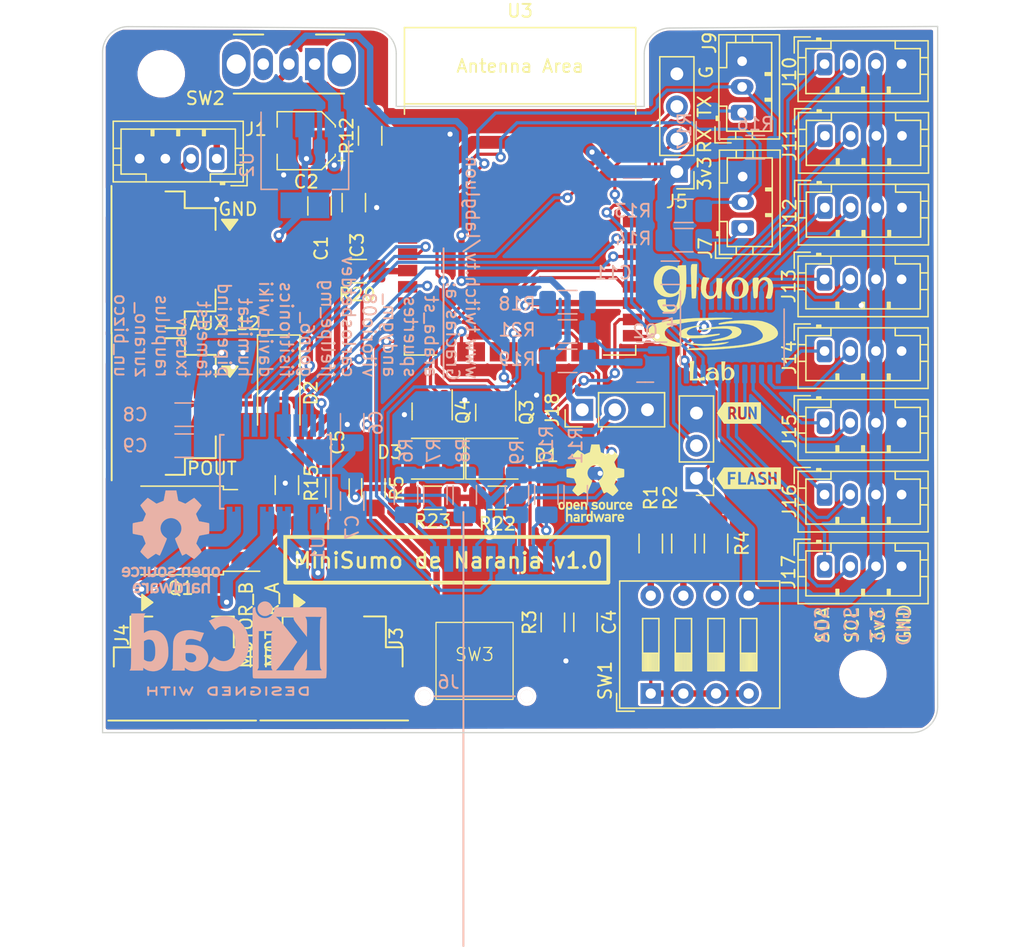
<source format=kicad_pcb>
(kicad_pcb (version 20221018) (generator pcbnew)
  (layers (0 "F.Cu" signal) (31 "B.Cu" signal) (34 "B.Paste" user) (35 "F.Paste" user) (36 "B.SilkS" user "B.Silkscreen") (37 "F.SilkS" user "F.Silkscreen") (38 "B.Mask" user) (39 "F.Mask" user) (44 "Edge.Cuts" user))
  (net 0 "")
  (net 1 "Net-(SW2-A)")
  (net 2 "GND")
  (net 3 "+3V3")
  (net 4 "+5V")
  (net 5 "+12V")
  (net 6 "UART_TX")
  (net 7 "UART_RX")
  (net 8 "Net-(J4-Pin_1)")
  (net 9 "Net-(J4-Pin_2)")
  (net 10 "Net-(U3-EN{slash}CHIP_PU)")
  (net 11 "CONFIG_IN")
  (net 12 "Net-(D1-K)")
  (net 13 "LINE_L_IN")
  (net 14 "TOF_1_SDA")
  (net 15 "TOF_1_SCL")
  (net 16 "TOF_2_SDA")
  (net 17 "TOF_2_SCL")
  (net 18 "TOF_3_SDA")
  (net 19 "TOF_3_SCL")
  (net 20 "TOF_4_SDA")
  (net 21 "TOF_4_SCL")
  (net 22 "TOF_5_SDA")
  (net 23 "TOF_5_SCL")
  (net 24 "TOF_6_SDA")
  (net 25 "TOF_6_SCL")
  (net 26 "Net-(D1-A)")
  (net 27 "LINE_R_IN")
  (net 28 "Net-(D2-A)")
  (net 29 "Net-(D3-K)")
  (net 30 "Net-(D3-A)")
  (net 31 "Net-(J3-Pin_1)")
  (net 32 "Net-(J3-Pin_2)")
  (net 33 "/SD_DATA2")
  (net 34 "/SD_DATA3")
  (net 35 "/SD_CMD")
  (net 36 "/SD_CLK")
  (net 37 "/SD_DATA0")
  (net 38 "/SD_DATA1")
  (net 39 "{slash}CD_DETECT")
  (net 40 "Net-(J7-Pin_1)")
  (net 41 "Net-(J9-Pin_1)")
  (net 42 "TCA_SCL")
  (net 43 "TCA_SDA")
  (net 44 "EXTRA_1_SDA")
  (net 45 "EXTRA_1_SCL")
  (net 46 "EXTRA_2_SDA")
  (net 47 "EXTRA_2_SCL")
  (net 48 "Net-(J18-Pin_1)")
  (net 49 "ESP32_BOOT")
  (net 50 "Net-(Q1-G)")
  (net 51 "Net-(Q2-G)")
  (net 52 "LED_2")
  (net 53 "LED_1")
  (net 54 "Net-(R1-Pad1)")
  (net 55 "Net-(R2-Pad1)")
  (net 56 "Net-(R4-Pad1)")
  (net 57 "BUTTON_IN")
  (net 58 "nSERVO_INV_1")
  (net 59 "MOSFET_GATE_1")
  (net 60 "MOTOR_B_PWM")
  (net 61 "MOTOR_B_IN2")
  (net 62 "MOTOR_B_IN1")
  (net 63 "MOTOR_A_IN1")
  (net 64 "MOTOR_A_IN2")
  (net 65 "MOTOR_A_PWM")
  (footprint "Button_Switch_THT:SW_DIP_SPSTx04_Slide_9.78x12.34mm_W7.62mm_P2.54mm" (layer "F.Cu") (at 155.702 96.304 90)
    (fp_text reference "SW1")
    (fp_text value "SW_DIP_x04")
  )
  (footprint "kibuzzard-63F11F4E" (layer "F.Cu") (at 163.322 79.54)
    (fp_text reference "kibuzzard-63F11F4E" hide)
    (fp_text value "G***" hide)
  )
  (footprint "Capacitor_SMD:CP_Elec_4x5.3" (layer "F.Cu") (at 128.883 53.251 180)
    (fp_text reference "C2")
    (fp_text value "C_Polarized_US")
  )
  (footprint "Connector_PinHeader_2.54mm:PinHeader_1x03_P2.54mm_Vertical" (layer "F.Cu") (at 159.258 79.54 180)
    (fp_text reference "JP1" hide)
    (fp_text value "BOOT_SELECT")
  )
  (footprint "Connector_JST:JST_PH_B4B-PH-K_1x04_P2.00mm_Vertical" (layer "F.Cu") (at 169.228 80.81)
    (fp_text reference "J16")
    (fp_text value "EXTRA_I2C1")
  )
  (footprint "Connector_JST:JST_PH_B3B-PH-K_1x03_P2.00mm_Vertical" (layer "F.Cu") (at 162.856 60.045 90)
    (fp_text reference "J7")
    (fp_text value "Line_L")
  )
  (footprint "Connector_JST:JST_PH_B4B-PH-K_1x04_P2.00mm_Vertical" (layer "F.Cu") (at 121.92 54.648 180)
    (fp_text reference "J1")
    (fp_text value "Alimentacion")
  )
  (footprint "Resistor_SMD:R_1206_3216Metric_Pad1.30x1.75mm_HandSolder" (layer "F.Cu") (at 138.71 81.064 180)
    (fp_text reference "R23")
    (fp_text value "2k2")
  )
  (footprint "Resistor_SMD:R_1206_3216Metric_Pad1.30x1.75mm_HandSolder" (layer "F.Cu") (at 158.242 84.62 90)
    (fp_text reference "R2")
    (fp_text value "2k2")
  )
  (footprint "Package_TO_SOT_SMD:TO-252-2" (layer "F.Cu") (at 119.126 83.604 180)
    (fp_text reference "Q1")
    (fp_text value "IRLR8726")
  )
  (footprint "MountingHole:MountingHole_3.2mm_M3_DIN965" (layer "F.Cu") (at 117.602 48.044)
    (fp_text reference "REF**" hide)
    (fp_text value "MountingHole_3.2mm_M3_DIN965")
  )
  (footprint "Capacitor_SMD:C_1206_3216Metric_Pad1.33x1.80mm_HandSolder" (layer "F.Cu") (at 131.318 80.302 90)
    (fp_text reference "C5")
    (fp_text value "100nF")
  )
  (footprint "Package_TO_SOT_SMD:SOT-23" (layer "F.Cu") (at 138.684 74.333 -90)
    (fp_text reference "Q4")
    (fp_text value "IRLM2502")
  )
  (footprint "Resistor_SMD:R_1206_3216Metric_Pad1.30x1.75mm_HandSolder" (layer "F.Cu") (at 160.782 84.62 90)
    (fp_text reference "R4")
    (fp_text value "1k")
  )
  (footprint "Capacitor_SMD:C_1206_3216Metric_Pad1.33x1.80mm_HandSolder" (layer "F.Cu") (at 150.622 90.7545 -90)
    (fp_text reference "C4")
    (fp_text value "100nF")
  )
  (footprint "kibuzzard-63F11F5A" (layer "F.Cu") (at 162.56 74.46)
    (fp_text reference "kibuzzard-63F11F5A" hide)
    (fp_text value "G***" hide)
  )
  (footprint "Capacitor_SMD:C_1206_3216Metric_Pad1.33x1.80mm_HandSolder" (layer "F.Cu") (at 132.588 58.077 -90)
    (fp_text reference "C3")
    (fp_text value "100nF")
  )
  (footprint "connectors:S2B-XH-SM4-TB" (layer "F.Cu") (at 120.126 62.522 -90)
    (fp_text reference "J2" hide)
    (fp_text value "AUX_12")
  )
  (footprint "Connector_JST:JST_PH_B4B-PH-K_1x04_P2.00mm_Vertical" (layer "F.Cu") (at 169.228 75.222)
    (fp_text reference "J15")
    (fp_text value "TOF_B")
  )
  (footprint "Package_TO_SOT_SMD:SOT-23" (layer "F.Cu") (at 143.637 74.4115 -90)
    (fp_text reference "Q3")
    (fp_text value "IRLM2502")
  )
  (footprint "Resistor_SMD:R_1206_3216Metric_Pad1.30x1.75mm_HandSolder" (layer "F.Cu") (at 132.842 63.411 180)
    (fp_text reference "R20")
    (fp_text value "100")
  )
  (footprint "Connector_JST:JST_PH_B4B-PH-K_1x04_P2.00mm_Vertical" (layer "F.Cu") (at 169.26 58.458)
    (fp_text reference "J12")
    (fp_text value "TOF_FL")
  )
  (footprint "Connector_JST:JST_PH_B4B-PH-K_1x04_P2.00mm_Vertical" (layer "F.Cu") (at 169.228 47.282)
    (fp_text reference "J10")
    (fp_text value "TOF_F")
  )
  (footprint "switches:SS12D07VG2" (layer "F.Cu") (at 129.54 47.282 180)
    (fp_text reference "SW2")
    (fp_text value "Electronica_ON")
  )
  (footprint "Resistor_SMD:R_1206_3216Metric_Pad1.30x1.75mm_HandSolder" (layer "F.Cu") (at 143.764 81.064)
    (fp_text reference "R22")
    (fp_text value "680")
  )
  (footprint "MountingHole:MountingHole_3.2mm_M3_DIN965" (layer "F.Cu") (at 172.212 94.78)
    (fp_text reference "REF**" hide)
    (fp_text value "MountingHole_3.2mm_M3_DIN965")
  )
  (footprint "Connector_PinHeader_2.54mm:PinHeader_1x04_P2.54mm_Vertical" (layer "F.Cu") (at 157.734 55.664 180)
    (fp_text reference "J5")
    (fp_text value "UART")
  )
  (footprint "Resistor_SMD:R_1206_3216Metric_Pad1.30x1.75mm_HandSolder" (layer "F.Cu") (at 127.381 80.074 -90)
    (fp_text reference "R15")
    (fp_text value "100k")
  )
  (footprint "connectors:S2B-XH-SM4-TB" (layer "F.Cu") (at 119.228 92.008)
    (fp_text reference "J4")
    (fp_text value "MOTOR_B")
  )
  (footprint "Resistor_SMD:R_1206_3216Metric_Pad1.30x1.75mm_HandSolder" (layer "F.Cu") (at 148.082 90.767 90)
    (fp_text reference "R3")
    (fp_text value "2k2")
  )
  (footprint "Connector_JST:JST_PH_B4B-PH-K_1x04_P2.00mm_Vertical" (layer "F.Cu") (at 169.228 69.634)
    (fp_text reference "J14")
    (fp_text value "TOF_R")
  )
  (footprint "Resistor_SMD:R_1206_3216Metric_Pad1.30x1.75mm_HandSolder" (layer "F.Cu") (at 155.702 84.62 90)
    (fp_text reference "R1")
    (fp_text value "4k7")
  )
  (footprint "Resistor_SMD:R_1206_3216Metric_Pad1.30x1.75mm_HandSolder" (layer "F.Cu") (at 134.112 80.302 -90)
    (fp_text reference "R5")
    (fp_text value "10k")
  )
  (footprint "Capacitor_SMD:C_1206_3216Metric_Pad1.33x1.80mm_HandSolder" (layer "F.Cu") (at 129.921 58.331 -90)
    (fp_text reference "C1")
    (fp_text value "C")
  )
  (footprint "Connector_JST:JST_PH_B3B-PH-K_1x03_P2.00mm_Vertical" (layer "F.Cu") (at 162.814 51.06 90)
    (fp_text reference "J9")
    (fp_text value "Line_R")
  )
  (footprint "Espressif:ESP32-WROOM-32E" (layer "F.Cu") (at 145.53 58.942)
    (fp_text reference "U3")
    (fp_text value "ESP32-WROOM-E")
  )
  (footprint "switches:SKPMANE010 _Silicone_6x6mm" (layer "F.Cu") (at 141.986 93.764)
    (fp_text reference "SW3")
    (fp_text value "SW_Push")
  )
  (footprint "Connector_JST:JST_PH_B4B-PH-K_1x04_P2.00mm_Vertical" (layer "F.Cu") (at 169.228 64.046)
    (fp_text reference "J13")
    (fp_text value "TOF_L")
  )
  (footprint "Connector_PinHeader_2.54mm:PinHeader_1x03_P2.54mm_Vertical" (layer "F.Cu") (at 150.368 74.206 90)
    (fp_text reference "J18")
    (fp_text value "Servo")
  )
  (footprint "Connector_JST:JST_PH_B4B-PH-K_1x04_P2.00mm_Vertical" (layer "F.Cu") (at 169.228 86.398)
    (fp_text reference "J17")
    (fp_text value "EXTRA_I2C2")
  )
  (footprint "connectors:S2B-XH-SM4-TB" (layer "F.Cu") (at 120.142 73.952 -90)
    (fp_text reference "J8" hide)
    (fp_text value "POUT")
  )
  (footprint "Diode_SMD:D_SMA_Handsoldering" (layer "F.Cu") (at 126.746 72.896 -90)
    (fp_text reference "D2")
    (fp_text value "SS14")
  )
  (footprint "Resistor_SMD:R_1206_3216Metric_Pad1.30x1.75mm_HandSolder" (layer "F.Cu") (at 133.858 52.87 90)
    (fp_text reference "R12")
    (fp_text value "10k")
  )
  (footprint "Symbol:OSHW-Logo_5.7x6mm_SilkScreen" (layer "F.Cu") (at 151.384 79.921)
    (fp_text reference "REF**" hide)
    (fp_text value "OSHW-Logo_5.7x6mm_SilkScreen" hide)
  )
  (footprint "GluonLib:LogoGluon_12mm" (layer "F.Cu") (at 160.528 67.094)
    (fp_text reference "G***" hide)
    (fp_text value "LOGO" hide)
  )
  (footprint "LED_SMD:LED_1210_3225Metric_Pad1.42x2.65mm_HandSolder" (layer "F.Cu") (at 138.684 78.016 180)
    (fp_text reference "D3")
    (fp_text value "LED_G")
  )
  (footprint "connectors:S2B-XH-SM4-TB" (layer "F.Cu") (at 131.064 92.002)
    (fp_text reference "J3")
    (fp_text value "MOTOR_A")
  )
  (footprint "LED_SMD:LED_1210_3225Metric_Pad1.42x2.65mm_HandSolder" (layer "F.Cu") (at 143.764 78.016)
    (fp_text reference "D1")
    (fp_text value "LED_R")
  )
  (footprint "Connector_JST:JST_PH_B4B-PH-K_1x04_P2.00mm_Vertical" (layer "F.Cu") (at 169.26 52.87)
    (fp_text reference "J11")
    (fp_text value "TOF_FR")
  )
  (footprint "Capacitor_SMD:C_1206_3216Metric_Pad1.33x1.80mm_HandSolder" (layer "B.Cu") (at 157.226 63.538 180)
    (fp_text reference "C11")
    (fp_text value "100nF")
  )
  (footprint "Resistor_SMD:R_1206_3216Metric_Pad1.30x1.75mm_HandSolder" (layer "B.Cu") (at 149.225 70.396 180)
    (fp_text reference "R19")
    (fp_text value "1K")
  )
  (footprint "Symbol:KiCad-Logo2_6mm_SilkScreen" (layer "B.Cu") (at 122.809 92.113 180)
    (fp_text reference "REF**" hide)
    (fp_text value "KiCad-Logo2_6mm_SilkScreen" hide)
  )
  (footprint "Resistor_SMD:R_1206_3216Metric_Pad1.30x1.75mm_HandSolder" (layer "B.Cu") (at 141.224 80.836 90)
    (fp_text reference "R8")
    (fp_text value "10k")
  )
  (footprint "Resistor_SMD:R_1206_3216Metric_Pad1.30x1.75mm_HandSolder" (layer "B.Cu") (at 160.147 52.489 -90)
    (fp_text reference "R17")
    (fp_text value "R")
  )
  (footprint "Resistor_SMD:R_1206_3216Metric_Pad1.30x1.75mm_HandSolder" (layer "B.Cu") (at 158.268 58.712 180)
    (fp_text reference "R13")
    (fp_text value "R")
  )
  (footprint "Capacitor_SMD:C_1206_3216Metric_Pad1.33x1.80mm_HandSolder" (layer "B.Cu") (at 119.38 77 180)
    (fp_text reference "C9")
    (fp_text value "100nF")
  )
  (footprint "microSD:microSD-Receptacle-SelfEject" (layer "B.Cu") (at 141.12 86.02 180)
    (fp_text reference "J6")
    (fp_text value "Micro_SD_Card")
  )
  (footprint "Resistor_SMD:R_1206_3216Metric_Pad1.30x1.75mm_HandSolder" (layer "B.Cu") (at 145.288 80.836 90)
    (fp_text reference "R9")
    (fp_text value "10k")
  )
  (footprint "Resistor_SMD:R_1206_3216Metric_Pad1.30x1.75mm_HandSolder" (layer "B.Cu") (at 136.652 80.836 90)
    (fp_text reference "R6")
    (fp_text value "10k")
  )
  (footprint "Package_TO_SOT_SMD:SOT-223-3_TabPin2" (layer "B.Cu") (at 128.778 55.131 -90)
    (fp_text reference "U2")
    (fp_text value "AMS1117-3.3")
  )
  (footprint "Package_TO_SOT_SMD:SOT-23" (layer "B.Cu") (at 155.2702 70.4976 180)
    (fp_text reference "Q2")
    (fp_text value "IRLM2502")
  )
  (footprint "Capacitor_SMD:C_1206_3216Metric_Pad1.33x1.80mm_HandSolder" (layer "B.Cu") (at 119.38 74.587 180)
    (fp_text reference "C8")
    (fp_text value "10u")
  )
  (footprint "Capacitor_SMD:C_1206_3216Metric_Pad1.33x1.80mm_HandSolder" (layer "B.Cu") (at 132.461 75.222 90)
    (fp_text reference "C6")
    (fp_text value "100nF")
  )
  (footprint "Resistor_SMD:R_1206_3216Metric_Pad1.30x1.75mm_HandSolder" (layer "B.Cu") (at 149.225 65.824)
    (fp_text reference "R18")
    (fp_text value "100")
  )
  (footprint "Resistor_SMD:R_1206_3216Metric_Pad1.30x1.75mm_HandSolder" (layer "B.Cu") (at 149.225 68.11)
    (fp_text reference "R21")
    (fp_text value "100k")
  )
  (footprint "Resistor_SMD:R_1206_3216Metric_Pad1.30x1.75mm_HandSolder" (layer "B.Cu") (at 158.268 60.998 180)
    (fp_text reference "R14")
    (fp_text value "R")
  )
  (footprint "Resistor_SMD:R_1206_3216Metric_Pad1.30x1.75mm_HandSolder" (layer "B.Cu") (at 149.86 80.836 90)
    (fp_text reference "R11")
    (fp_text value "10k")
  )
  (footprint "Resistor_SMD:R_1206_3216Metric_Pad1.30x1.75mm_HandSolder" (layer "B.Cu") (at 163.83 53.759 180)
    (fp_text reference "R16")
    (fp_text value "R")
  )
  (footprint "Resistor_SMD:R_1206_3216Metric_Pad1.30x1.75mm_HandSolder" (layer "B.Cu") (at 147.574 80.836 90)
    (fp_text reference "R10")
    (fp_text value "10k")
  )
  (footprint "Capacitor_SMD:C_1206_3216Metric_Pad1.33x1.80mm_HandSolder" (layer "B.Cu") (at 132.461 81.318 -90)
    (fp_text reference "C7")
    (fp_text value "10u")
  )
  (footprint "Resistor_SMD:R_1206_3216Metric_Pad1.30x1.75mm_HandSolder" (layer "B.Cu") (at 138.938 80.836 90)
    (fp_text reference "R7")
    (fp_text value "10k")
  )
  (footprint "Package_SO:TSSOP-24_4.4x7.8mm_P0.65mm" (layer "B.Cu") (at 162.048 68.5595 -90)
    (fp_text reference "U4")
    (fp_text value "TCA9548APWR")
  )
  (footprint "Package_SO:SSOP-24_5.3x8.2mm_P0.65mm" (layer "B.Cu") (at 126.492 79.032 90)
    (fp_text reference "U1")
    (fp_text value "TB6612FNG")
  )
  (footprint "Symbol:OSHW-Logo_7.5x8mm_SilkScreen" (layer "B.Cu") (at 118.364 84.493 180)
    (fp_text reference "REF**" hide)
    (fp_text value "OSHW-Logo_7.5x8mm_SilkScreen" hide)
  )
  (gr_line (start 139.573 71.793) (end 139.573 61.633) (stroke (width 0.15)) (layer "B.SilkS"))
  (gr_rect (start 127.254 84.112) (end 152.4 87.668) (stroke (width 0.3)) (fill none) (layer "F.SilkS"))
  (gr_arc (start 155.194 46.476124) (mid 155.775582 45.066128) (end 157.182089 44.47616) (stroke (width 0.1)) (layer "Edge.Cuts"))
  (gr_line (start 155.194 50.584) (end 155.194 46.476124) (stroke (width 0.1)) (layer "Edge.Cuts"))
  (gr_line (start 113.03 99.352) (end 113.03 46.363934) (stroke (width 0.1)) (layer "Edge.Cuts"))
  (gr_line (start 176.03 99.352) (end 113.03 99.352) (stroke (width 0.1)) (layer "Edge.Cuts"))
  (gr_line (start 178.03 44.352) (end 178.03 97.352) (stroke (width 0.1)) (layer "Edge.Cuts"))
  (gr_line (start 135.89 50.584) (end 155.194 50.584) (stroke (width 0.1)) (layer "Edge.Cuts"))
  (gr_arc (start 178.03 97.352) (mid 177.444214 98.766214) (end 176.03 99.352) (stroke (width 0.1)) (layer "Edge.Cuts"))
  (gr_line (start 135.89 46.476137) (end 135.89 50.584) (stroke (width 0.1)) (layer "Edge.Cuts"))
  (gr_arc (start 113.03 46.363934) (mid 113.619999 44.94552) (end 115.041898 44.363969) (stroke (width 0.1)) (layer "Edge.Cuts"))
  (gr_line (start 115.041898 44.363969) (end 133.901898 44.476172) (stroke (width 0.1)) (layer "Edge.Cuts"))
  (gr_line (start 178.03 44.352) (end 157.182089 44.47616) (stroke (width 0.1)) (layer "Edge.Cuts"))
  (gr_arc (start 133.901898 44.476172) (mid 135.308401 45.066138) (end 135.89 46.476137) (stroke (width 0.1)) (layer "Edge.Cuts"))
  (gr_text "www.twitch.tv/labgluon" (at 141.224 71.92 -90) (layer "B.SilkS") (effects (font (size 1 1)) (justify left bottom mirror)))
  (gr_text "SCL\n" (at 171.8915 89.446 90) (layer "B.SilkS") (effects (font (size 1 1)) (justify left bottom mirror)))
  (gr_text "Gracias a:" (at 139.7 72.047 -90) (layer "B.SilkS") (effects (font (size 1 1)) (justify left bottom mirror)))
  (gr_text "SDA" (at 169.6055 89.446 90) (layer "B.SilkS") (effects (font (size 1 1)) (justify left bottom mirror)))
  (gr_text "araba_st\nspuertes\nandygm_\nvitorio08\ncarlosbetdev\njfelipe_mg\ngorn6_\nfisitronics\ndavid_wiki\nhumiltat\npipermind\nfamedst\ntxusev\nraupulus\nzurano_\nun_bizco" (at 139.192 71.793 270) (layer "B.SilkS") (effects (font (size 1 1)) (justify left top mirror)))
  (gr_text "3v3" (at 173.9235 89.446 90) (layer "B.SilkS") (effects (font (size 1 1)) (justify left bottom mirror)))
  (gr_text "GND" (at 175.9555 89.446 90) (layer "B.SilkS") (effects (font (size 1 1)) (justify left bottom mirror)))
  (gr_text "3v3" (at 173.99 92.494 90) (layer "F.SilkS") (effects (font (size 1 1)) (justify left bottom)))
  (gr_text "MiniSumo de Naranja v1.0" (at 127.762 86.652) (layer "F.SilkS") (effects (font (size 1.2 1.2) (thickness 0.2) bold) (justify left bottom)))
  (gr_text "G" (at 160.02 47.917 90) (layer "F.SilkS") (effects (font (size 1 1))))
  (gr_text "GND" (at 123.571 58.585) (layer "F.SilkS") (effects (font (size 1 1))))
  (gr_text "RX" (at 159.893 53.251 90) (layer "F.SilkS") (effects (font (size 1 1))))
  (gr_text "SCL\n" (at 171.958 92.494 90) (layer "F.SilkS") (effects (font (size 1 1)) (justify left bottom)))
  (gr_text "SDA" (at 169.672 92.494 90) (layer "F.SilkS") (effects (font (size 1 1)) (justify left bottom)))
  (gr_text "TX" (at 159.893 50.584 90) (layer "F.SilkS") (effects (font (size 1 1))))
  (gr_text "3v3" (at 159.893 55.791 90) (layer "F.SilkS") (effects (font (size 1 1))))
  (gr_text "GND" (at 176.022 92.494 90) (layer "F.SilkS") (effects (font (size 1 1)) (justify left bottom)))
  (segment (start 129.921 56.7685) (end 131.064 55.6255) (width 1) (layer "F.Cu") (net 1))
  (segment (start 131.064 55.6255) (end 131.064 55.156) (width 1) (layer "F.Cu") (net 1))
  (via (at 131.064 55.156) (size 0.8) (drill 0.4) (layers "F.Cu" "B.Cu") (net 1))
  (segment (start 131.078 49.981) (end 129.54 48.443) (width 1) (layer "B.Cu") (net 1))
  (segment (start 131.078 51.981) (end 131.078 49.981) (width 1) (layer "B.Cu") (net 1))
  (segment (start 131.064 51.995) (end 131.078 51.981) (width 1) (layer "B.Cu") (net 1))
  (segment (start 131.064 55.156) (end 131.064 51.995) (width 1) (layer "B.Cu") (net 1))
  (segment (start 129.54 48.443) (end 129.54 47.282) (width 1) (layer "B.Cu") (net 1))
  (segment (start 175.26 53.145) (end 175.26 52.87) (width 1) (layer "F.Cu") (net 2))
  (segment (start 175.26 52.87) (end 175.26 52.756522) (width 1) (layer "F.Cu") (net 2))
  (segment (start 163.364 55.537) (end 172.868 55.537) (width 1) (layer "F.Cu") (net 2))
  (segment (start 155.448 74.206) (end 159.004 74.206) (width 2) (layer "F.Cu") (net 2))
  (segment (start 149.098 93.764) (end 149.098 93.333) (width 0.5) (layer "F.Cu") (net 2))
  (segment (start 172.868 55.537) (end 175.26 53.145) (width 1) (layer "F.Cu") (net 2))
  (segment (start 148.082 92.317) (end 150.622 92.317) (width 0.5) (layer "F.Cu") (net 2))
  (segment (start 139.651 51.932) (end 136.78 51.932) (width 1) (layer "F.Cu") (net 2))
  (segment (start 136.5425 74.587) (end 137.734 73.3955) (width 1) (layer "F.Cu") (net 2))
  (segment (start 172.706478 50.203) (end 166.070478 50.203) (width 1) (layer "F.Cu") (net 2))
  (segment (start 162.856 56.045) (end 163.364 55.537) (width 1) (layer "F.Cu") (net 2))
  (segment (start 130.175 59.6395) (end 132.588 59.6395) (width 1) (layer "F.Cu") (net 2))
  (segment (start 136.525 74.587) (end 136.5425 74.587) (width 1) (layer "F.Cu") (net 2))
  (segment (start 133.1845 59.6395) (end 134.366 58.458) (width 1) (layer "F.Cu") (net 2))
  (segment (start 140.081 52.362) (end 139.651 51.932) (width 1) (layer "F.Cu") (net 2))
  (segment (start 140.059 70.941) (end 139.81 70.692) (width 0.25) (layer "F.Cu") (net 2))
  (segment (start 149.098 93.764) (end 149.175 93.764) (width 0.5) (layer "F.Cu") (net 2))
  (segment (start 173.196 66.078) (end 175.228 64.046) (width 0.25) (layer "F.Cu") (net 2))
  (segment (start 127.127 53.295) (end 127.083 53.251) (width 1) (layer "F.Cu") (net 2))
  (segment (start 134.112 77) (end 134.112 78.752) (width 1) (layer "F.Cu") (net 2))
  (segment (start 149.175 93.764) (end 150.622 92.317) (width 0.5) (layer "F.Cu") (net 2))
  (segment (start 127.381 78.524) (end 127.381 79.794) (width 1) (layer "F.Cu") (net 2))
  (segment (start 155.37 51.932) (end 154.28 51.932) (width 0.25) (layer "F.Cu") (net 2))
  (segment (start 166.070478 50.203) (end 162.927478 47.06) (width 1) (layer "F.Cu") (net 2))
  (segment (start 142.687 73.474) (end 141.254 73.474) (width 1) (layer "F.Cu") (net 2))
  (segment (start 132.08 75.349) (end 131.318 76.238) (width 0.5) (layer "F.Cu") (net 2))
  (segment (start 157.734 48.044) (end 157.734 48.298) (width 0.25) (layer "F.Cu") (net 2))
  (segment (start 144.944 70.941) (end 140.059 70.941) (width 0.25) (layer "F.Cu") (net 2))
  (segment (start 131.318 76.238) (end 131.318 78.7395) (width 0.5) (layer "F.Cu") (net 2))
  (segment (start 145.43 63.904) (end 145.43 61.052) (width 0.25) (layer "F.Cu") (net 2))
  (segment (start 156.337 50.965) (end 155.37 51.932) (width 0.25) (layer "F.Cu") (net 2))
  (segment (start 157.734 48.298) (end 156.337 49.695) (width 0.25) (layer "F.Cu") (net 2))
  (segment (start 127.127 55.918) (end 127.127 53.295) (width 1) (layer "F.Cu") (net 2))
  (segment (start 136.525 74.587) (end 134.112 77) (width 1) (layer "F.Cu") (net 2))
  (segment (start 141.254 73.474) (end 141.224 73.444) (width 1) (layer "F.Cu") (net 2))
  (segment (start 144.399 64.935) (end 145.43 63.904) (width 0.25) (layer "F.Cu") (net 2))
  (segment (start 149.098 93.333) (end 148.082 92.317) (width 0.5) (layer "F.Cu") (net 2))
  (segment (start 162.927478 47.06) (end 162.814 47.06) (width 1) (layer "F.Cu") (net 2))
  (segment (start 172.085 66.078) (end 173.196 66.078) (width 0.25) (layer "F.Cu") (net 2))
  (segment (start 132.588 59.6395) (end 133.1845 59.6395) (width 1) (layer "F.Cu") (net 2))
  (segment (start 121.92 57.823) (end 121.92 59.526) (width 1) (layer "F.Cu") (net 2))
  (segment (start 121.92 59.526) (end 122.376 59.982) (width 1) (layer "F.Cu") (net 2))
  (segment (start 134.112 78.752) (end 131.3305 78.752) (width 0.5) (layer "F.Cu") (net 2))
  (segment (start 127.381 79.794) (end 127.254 79.921) (width 1) (layer "F.Cu") (net 2))
  (segment (start 146.812 72.809) (end 144.944 70.941) (width 0.25) (layer "F.Cu") (net 2))
  (segment (start 175.26 52.756522) (end 172.706478 50.203) (width 1) (layer "F.Cu") (net 2))
  (segment (start 156.337 49.695) (end 156.337 50.965) (width 0.25) (layer "F.Cu") (net 2))
  (segment (start 131.3305 78.752) (end 131.318 78.7395) (width 0.5) (layer "F.Cu") (net 2))
  (segment (start 139.81 70.692) (end 139.81 69.692) (width 0.25) (layer "F.Cu") (net 2))
  (segment (start 134.112 78.752) (end 134.112 77.0175) (width 0.5) (layer "F.Cu") (net 2))
  (segment (start 146.812 73.063) (end 146.812 72.809) (width 0.25) (layer "F.Cu") (net 2))
  (segment (start 140.081 52.743) (end 140.081 52.362) (width 1) (layer "F.Cu") (net 2))
  (segment (start 159.004 74.206) (end 159.258 74.46) (width 2) (layer "F.Cu") (net 2))
  (segment (start 129.921 59.8935) (end 130.175 59.6395) (width 1) (layer "F.Cu") (net 2))
  (via (at 127.127 55.918) (size 0.8) (drill 0.4) (layers "F.Cu" "B.Cu") (net 2))
  (via (at 172.085 66.078) (size 0.8) (drill 0.4) (layers "F.Cu" "B.Cu") (net 2))
  (via (at 141.224 73.444) (size 0.8) (drill 0.4) (layers "F.Cu" "B.Cu") (net 2))
  (via (at 136.525 74.587) (size 0.8) (drill 0.4) (layers "F.Cu" "B.Cu") (net 2))
  (via (at 127.254 79.921) (size 0.8) (drill 0.4) (layers "F.Cu" "B.Cu") (net 2))
  (via (at 121.92 57.823) (size 0.8) (drill 0.4) (layers "F.Cu" "B.Cu") (net 2))
  (via (at 140.081 52.743) (size 0.8) (drill 0.4) (layers "F.Cu" "B.Cu") (net 2))
  (via (at 149.098 93.764) (size 0.8) (drill 0.4) (layers "F.Cu" "B.Cu") (net 2))
  (via (at 144.399 64.935) (size 0.8) (drill 0.4) (layers "F.Cu" "B.Cu") (net 2))
  (via (at 134.366 58.458) (size 0.8) (drill 0.4) (layers "F.Cu" "B.Cu") (net 2))
  (via (at 146.812 73.063) (size 0.8) (drill 0.4) (layers "F.Cu" "B.Cu") (net 2))
  (via (at 132.08 75.349) (size 0.8) (drill 0.4) (layers "F.Cu" "B.Cu") (net 2))
  (segment (start 146.812 73.063) (end 146.812 74.079) (width 0.25) (layer "B.Cu") (net 2))
  (segment (start 134.366 57.95) (end 134.366 58.458) (width 1) (layer "B.Cu") (net 2))
  (segment (start 126.478 55.269) (end 127.127 55.918) (width 1) (layer "B.Cu") (net 2))
  (segment (start 158.718 47.06) (end 157.734 48.044) (width 0.25) (layer "B.Cu") (net 2))
  (segment (start 165.623 66.385541) (end 162.120541 69.888) (width 0.25) (layer "B.Cu") (net 2))
  (segment (start 149.098 96.098) (end 149.12 96.12) (width 0.5) (layer "B.Cu") (net 2))
  (segment (start 146.812 73.063) (end 146.431 72.682) (width 0.25) (layer "B.Cu") (net 2))
  (segment (start 158.473 65.697) (end 159.123 65.697) (width 0.25) (layer "B.Cu") (net 2))
  (segment (start 124.492 81.286) (end 124.492 82.632) (width 1) (layer "B.Cu") (net 2))
  (segment (start 117.92 55.982) (end 119.761 57.823) (width 1) (layer "B.Cu") (net 2))
  (segment (start 143.062 75.282) (end 141.224 73.444) (width 0.25) (layer "B.Cu") (net 2))
  (segment (start 156.2077 71.4476) (end 155.448 72.2073) (width 0.25) (layer "B.Cu") (net 2))
  (segment (start 139.573 52.743) (end 134.366 57.95) (width 1) (layer "B.Cu") (net 2))
  (segment (start 140.081 52.743) (end 139.573 52.743) (width 1) (layer "B.Cu") (net 2))
  (segment (start 136.826 89.026) (end 133.12 92.732) (width 0.5) (layer "B.Cu") (net 2))
  (segment (start 134.02 84.346) (end 134.02 86.22) (width 1) (layer "B.Cu") (net 2))
  (segment (start 162.814 47.06) (end 158.718 47.06) (width 0.25) (layer "B.Cu") (net 2))
  (segment (start 153.222 76.432) (end 155.448 74.206) (width 0.25) (layer "B.Cu") (net 2))
  (segment (start 127.256 79.921) (end 125.857 79.921) (width 1) (layer "B.Cu") (net 2))
  (segment (start 159.123 68.608604) (end 159.123 65.697) (width 0.25) (layer "B.Cu") (net 2))
  (segment (start 144.37 91.37) (end 149.12 96.12) (width 0.5) (layer "B.Cu") (net 2))
  (segment (start 144.399 65.824) (end 144.399 64.935) (width 0.25) (layer "B.Cu") (net 2))
  (segment (start 125.857 79.921) (end 124.492 81.286) (width 1) (layer "B.Cu") (net 2))
  (segment (start 149.098 93.764) (end 149.098 96.098) (width 0.5) (layer "B.Cu") (net 2))
  (segment (start 128.392 82.632) (end 128.392 81.057) (width 1) (layer "B.Cu") (net 2))
  (segment (start 175.228 86.398) (end 175.228 47.282) (width 1) (layer "B.Cu") (net 2))
  (segment (start 144.37 89.827) (end 144.116 90.081) (width 0.5) (layer "B.Cu") (net 2))
  (segment (start 146.431 69.354) (end 147.675 68.11) (width 0.25) (layer "B.Cu") (net 2))
  (segment (start 148.015 75.282) (end 149.165 76.432) (width 0.25) (layer "B.Cu") (net 2))
  (segment (start 126.478 51.981) (end 126.478 55.269) (width 1) (layer "B.Cu") (net 2))
  (segment (start 166.004 66.078) (end 172.085 66.078) (width 0.25) (layer "B.Cu") (net 2))
  (segment (start 162.120541 69.888) (end 160.402396 69.888) (width 0.25) (layer "B.Cu") (net 2))
  (segment (start 144.37 85.82) (end 144.37 88.078) (width 0.5) (layer "B.Cu") (net 2))
  (segment (start 160.423 73.295) (end 159.258 74.46) (width 0.25) (layer "B.Cu") (net 2))
  (segment (start 160.423 69.908604) (end 160.402396 69.888) (width 0.25) (layer "B.Cu") (net 2))
  (segment (start 119.761 57.823) (end 121.92 57.823) (width 1) (layer "B.Cu") (net 2))
  (segment (start 133.12 92.732) (end 133.12 96.12) (width 0.5) (layer "B.Cu") (net 2))
  (segment (start 117.92 54.648) (end 117.92 55.982) (width 1) (layer "B.Cu") (net 2))
  (segment (start 146.431 72.682) (end 146.431 69.354) (width 0.25) (layer "B.Cu") (net 2))
  (segment (start 149.165 76.432) (end 153.222 76.432) (width 0.25) (layer "B.Cu") (net 2))
  (segment (start 144.37 88.078) (end 144.37 91.37) (width 0.5) (layer "B.Cu") (net 2))
  (segment (start 160.423 71.422) (end 160.423 69.908604) (width 0.25) (layer "B.Cu") (net 2))
  (segment (start 147.612 88.078) (end 149.17 86.52) (width 0.5) (layer "B.Cu") (net 2))
  (segment (start 125.222 57.823) (end 127.127 55.918) (width 1) (layer "B.Cu") (net 2))
  (segment (start 165.623 65.697) (end 166.004 66.078) (width 0.25) (layer "B.Cu") (net 2))
  (segment (start 137.668 73.444) (end 136.525 74.587) (width 1) (layer "B.Cu") (net 2))
  (segment (start 137.881 90.081) (end 136.826 89.026) (width 0.5) (layer "B.Cu") (net 2))
  (segment (start 165.623 65.697) (end 165.623 66.385541) (width 0.25) (layer "B.Cu") (net 2))
  (segment (start 160.423 71.422) (end 160.423 73.295) (width 0.25) (layer "B.Cu") (net 2))
  (segment (start 148.015 75.282) (end 143.062 75.282) (width 0.25) (layer "B.Cu") (net 2))
  (segment (start 144.37 88.078) (end 147.612 88.078) (width 0.5) (layer "B.Cu") (net 2))
  (segment (start 132.08 74.0405) (end 132.461 73.6595) (width 0.5) (layer "B.Cu") (net 2))
  (segment (start 132.08 75.349) (end 132.08 74.0405) (width 0.5) (layer "B.Cu") (net 2))
  (segment (start 126.167 78.834) (end 127.254 79.921) (width 0.25) (layer "B.Cu") (net 2))
  (segment (start 144.37 88.078) (end 144.37 89.827) (width 0.5) (layer "B.Cu") (net 2))
  (segment (start 155.448 72.2073) (end 155.448 74.206) (width 0.25) (layer "B.Cu") (net 2))
  (segment (start 160.402396 69.888) (end 159.123 68.608604) (width 0.25) (layer "B.Cu") (net 2))
  (segment (start 146.685 68.11) (end 144.399 65.824) (width 0.25) (layer "B.Cu") (net 2))
  (segment (start 128.392 81.057) (end 127.256 79.921) (width 1) (layer "B.Cu") (net 2))
  (segment (start 121.92 57.823) (end 125.222 57.823) (width 1) (layer "B.Cu") (net 2))
  (segment (start 129.595 79.921) (end 134.02 84.346) (width 1) (layer "B.Cu") (net 2))
  (segment (start 127.254 79.921) (end 129.595 79.921) (width 1) (layer "B.Cu") (net 2))
  (segment (start 126.167 75.432) (end 126.167 78.834) (width 0.25) (layer "B.Cu") (net 2))
  (segment (start 141.224 73.444) (end 137.668 73.444) (width 1) (layer "B.Cu") (net 2))
  (segment (start 144.116 90.081) (end 137.881 90.081) (width 0.5) (layer "B.Cu") (net 2))
  (segment (start 146.812 74.079) (end 148.015 75.282) (width 0.25) (layer "B.Cu") (net 2))
  (segment (start 147.675 68.11) (end 146.685 68.11) (width 0.25) (layer "B.Cu") (net 2))
  (segment (start 136.826 89.026) (end 134.02 86.22) (width 0.5) (layer "B.Cu") (net 2))
  (segment (start 160.782 72.817599) (end 160.782 78.016) (width 0.25) (layer "F.Cu") (net 3))
  (segment (start 135.74 53.202) (end 136.78 53.202) (width 1) (layer "F.Cu") (net 3))
  (segment (start 158.33106 70.366659) (end 160.782 72.817599) (width 0.25) (layer "F.Cu") (net 3))
  (segment (start 150.368 53.378) (end 151.13 54.14) (width 1) (layer "F.Cu") (net 3))
  (segment (start 137.812051 83.731) (end 143.129 83.731) (width 0.5) (layer "F.Cu") (net 3))
  (segment (start 135.509 80.683) (end 135.509 81.427949) (width 0.5) (layer "F.Cu") (net 3))
  (segment (start 140.26 81.064) (end 142.214 81.064) (width 0.5) (layer "F.Cu") (net 3))
  (segment (start 128.905 54.648) (end 129.286 54.648) (width 1) (layer "F.Cu") (net 3))
  (segment (start 129.159 68.745) (end 126.746 66.332) (width 0.5) (layer "F.Cu") (net 3))
  (segment (start 155.702 83.07) (end 160.782 83.07) (width 1) (layer "F.Cu") (net 3))
  (segment (start 158.33106 69.24544) (end 159.8475 67.729) (width 0.25) (layer "F.Cu") (net 3))
  (segment (start 155.702 83.07) (end 155.676 83.07) (width 1) (layer "F.Cu") (net 3))
  (segment (start 129.286 54.648) (end 130.683 53.251) (width 1) (layer "F.Cu") (net 3))
  (segment (start 136.78 53.202) (end 138.11 53.202) (width 1) (layer "F.Cu") (net 3))
  (segment (start 140.716 54.521) (end 141.859 53.378) (width 1) (layer "F.Cu") (net 3))
  (segment (start 133.858 51.32) (end 135.74 53.202) (width 1) (layer "F.Cu") (net 3))
  (segment (start 159.258 79.54) (end 160.782 81.064) (width 1) (layer "F.Cu") (net 3))
  (segment (start 158.33106 70.366659) (end 158.33106 69.24544) (width 0.25) (layer "F.Cu") (net 3))
  (segment (start 160.782 81.064) (end 160.782 83.07) (width 1) (layer "F.Cu") (net 3))
  (segment (start 155.676 83.07) (end 151.765 79.159) (width 1) (layer "F.Cu") (net 3))
  (segment (start 145.034 93.716) (end 145.034 83.884) (width 0.5) (layer "F.Cu") (net 3))
  (segment (start 132.708983 81.015) (end 133.421983 80.302) (width 0.5) (layer "F.Cu") (net 3))
  (segment (start 135.128 80.302) (end 135.509 80.683) (width 0.5) (layer "F.Cu") (net 3))
  (segment (start 160.782 83.07) (end 158.242 83.07) (width 1) (layer "F.Cu") (net 3))
  (segment (start 141.859 53.378) (end 150.368 53.378) (width 1) (layer "F.Cu") (net 3))
  (segment (start 139.429 54.521) (end 140.716 54.521) (width 1) (layer "F.Cu") (net 3))
  (segment (start 131.927 53.251) (end 133.858 51.32) (width 1) (layer "F.Cu") (net 3))
  (segment (start 142.214 81.064) (end 142.214 82.816) (width 0.5) (layer "F.Cu") (net 3))
  (segment (start 145.034 83.884) (end 142.214 81.064) (width 0.5) (layer "F.Cu") (net 3))
  (segment (start 160.782 78.016) (end 159.258 79.54) (width 0.25) (layer "F.Cu") (net 3))
  (segment (start 129.159 70.777) (end 129.159 68.745) (width 0.5) (layer "F.Cu") (net 3))
  (segment (start 135.509 81.427949) (end 137.812051 83.731) (width 0.5) (layer "F.Cu") (net 3))
  (segment (start 144.986 93.764) (end 145.034 93.716) (width 0.5) (layer "F.Cu") (net 3))
  (segment (start 142.214 82.816) (end 143.129 83.731) (width 0.5) (layer "F.Cu") (net 3))
  (segment (start 130.683 53.251) (end 131.927 53.251) (width 1) (layer "F.Cu") (net 3))
  (segment (start 126.746 66.332) (end 126.746 60.617) (width 0.5) (layer "F.Cu") (net 3))
  (segment (start 138.11 53.202) (end 139.429 54.521) (width 1) (layer "F.Cu") (net 3))
  (segment (start 133.421983 80.302) (end 135.128 80.302) (width 0.5) (layer "F.Cu") (net 3))
  (via (at 158.33106 70.366659) (size 0.8) (drill 0.4) (layers "F.Cu" "B.Cu") (net 3))
  (via (at 143.129 83.731) (size 0.8) (drill 0.4) (layers "F.Cu" "B.Cu") (net 3))
  (via (at 132.708983 81.015) (size 0.8) (drill 0.4) (layers "F.Cu" "B.Cu") (net 3))
  (via (at 159.8475 67.729) (size 0.8) (drill 0.4) (layers "F.Cu" "B.Cu") (net 3))
  (via (at 128.905 54.648) (size 0.8) (drill 0.4) (layers "F.Cu" "B.Cu") (net 3))
  (via (at 151.13 54.14) (size 0.8) (drill 0.4) (layers "F.Cu" "B.Cu") (net 3))
  (via (at 126.746 60.617) (size 0.8) (drill 0.4) (layers "F.Cu" "B.Cu") (net 3))
  (via (at 129.159 70.777) (size 0.8) (drill 0.4) (layers "F.Cu" "B.Cu") (net 3))
  (via (at 151.765 79.159) (size 0.8) (drill 0.4) (layers "F.Cu" "B.Cu") (net 3))
  (segment (start 132.461 80.767017) (end 132.708983 81.015) (width 0.5) (layer "B.Cu") (net 3))
  (segment (start 149.987 79.159) (end 149.86 79.286) (width 1) (layer "B.Cu") (net 3))
  (segment (start 143.129 83.731) (end 143.129 81.445) (width 0.5) (layer "B.Cu") (net 3))
  (segment (start 152.654 55.664) (end 157.734 55.664) (width 1) (layer "B.Cu") (net 3))
  (segment (start 129.159 71.031) (end 127.254 72.936) (width 0.5) (layer "B.Cu") (net 3))
  (segment (start 173.228 86.673) (end 170.963 88.938) (width 1) (layer "B.Cu") (net 3))
  (segment (start 129.656 78.971) (end 131.064 78.971) (width 0.5) (layer "B.Cu") (net 3))
  (segment (start 156.718 58.712) (end 156.718 56.68) (width 1) (layer "B.Cu") (net 3))
  (segment (start 156.718 56.68) (end 157.734 55.664) (width 1) (layer "B.Cu") (net 3))
  (segment (start 127.127 76.442) (end 129.656 78.971) (width 0.5) (layer "B.Cu") (net 3))
  (segment (start 142.17 84.69) (end 143.129 83.731) (width 0.25) (layer "B.Cu") (net 3))
  (segment (start 173.228 47.282) (end 173.228 86.398) (width 1) (layer "B.Cu") (net 3))
  (segment (start 167.8678 88.684) (end 163.322 88.684) (width 1) (layer "B.Cu") (net 3))
  (segment (start 159.773 64.053) (end 156.718 60.998) (width 0.25) (layer "B.Cu") (net 3))
  (segment (start 158.473 70.508599) (end 158.33106 70.366659) (width 0.25) (layer "B.Cu") (net 3))
  (segment (start 129.159 70.777) (end 129.159 71.031) (width 0.5) (layer "B.Cu") (net 3))
  (segment (start 132.461 79.7555) (end 132.461 80.767017) (width 0.5) (layer "B.Cu") (net 3))
  (segment (start 143.129 83.731) (end 143.129 81.191) (width 0.5) (layer "B.Cu") (net 3))
  (segment (start 158.473 71.422) (end 158.473 70.508599) (width 0.25) (layer "B.Cu") (net 3))
  (segment (start 127.254 75.222) (end 127.127 75.349) (width 0.5) (layer "B.Cu") (net 3))
  (segment (start 128.778 54.775) (end 128.905 54.648) (width 0.5) (layer "B.Cu") (net 3))
  (segment (start 159.773 65.697) (end 159.773 64.053) (width 0.25) (layer "B.Cu") (net 3))
  (segment (start 128.778 51.981) (end 128.778 54.521) (width 1) (layer "B.Cu") (net 3))
  (segment (start 151.13 54.14) (end 152.654 55.664) (width 1) (layer "B.Cu") (net 3))
  (segment (start 163.322 88.684) (end 163.322 83.604) (width 1) (layer "B.Cu") (net 3))
  (segment (start 168.1218 88.938) (end 167.8678 88.684) (width 1) (layer "B.Cu") (net 3))
  (segment (start 160.147 54.039) (end 162 54.039) (width 1) (layer "B.Cu") (net 3))
  (segment (start 173.228 86.398) (end 173.228 86.673) (width 1) (layer "B.Cu") (net 3))
  (segment (start 151.765 79.159) (end 149.987 79.159) (width 1) (layer "B.Cu") (net 3))
  (segment (start 131.6765 78.971) (end 132.461 79.7555) (width 0.5) (layer "B.Cu") (net 3))
  (segment (start 143.129 81.191) (end 141.224 79.286) (width 0.5) (layer "B.Cu") (net 3))
  (segment (start 128.778 58.585) (end 128.778 58.281) (width 0.5) (layer "B.Cu") (net 3))
  (segment (start 128.778 54.521) (end 128.905 54.648) (width 1) (layer "B.Cu") (net 3))
  (segment (start 159.333 54.065) (end 157.734 55.664) (width 1) (layer "B.Cu") (net 3))
  (segment (start 127.254 72.936) (end 127.254 75.222) (width 0.5) (layer "B.Cu") (net 3))
  (segment (start 131.064 78.971) (end 132.461 77.574) (width 0.5) (layer "B.Cu") (net 3))
  (segment (start 163.322 83.604) (end 159.258 79.54) (width 1) (layer "B.Cu") (net 3))
  (segment (start 126.746 60.617) (end 128.778 58.585) (width 0.5) (layer "B.Cu") (net 3))
  (segment (start 156.718 60.998) (end 156.718 58.712) (width 1) (layer "B.Cu") (net 3))
  (segment (start 141.224 79.286) (end 136.652 79.286) (width 1) (layer "B.Cu") (net 3))
  (segment (start 127.127 75.349) (end 127.127 76.442) (width 0.5) (layer "B.Cu") (net 3))
  (segment (start 143.129 81.445) (end 145.288 79.286) (width 0.5) (layer "B.Cu") (net 3))
  (segment (start 132.461 77.574) (end 132.461 76.7845) (width 0.5) (layer "B.Cu") (net 3))
  (segment (start 159.8475 65.7715) (end 159.773 65.697) (width 0.25) (layer "B.Cu") (net 3))
  (segment (start 128.778 58.281) (end 128.778 54.775) (width 0.5) (layer "B.Cu") (net 3))
  (segment (start 142.17 85.82) (end 142.17 84.69) (width 0.25) (layer "B.Cu") (net 3))
  (segment (start 159.8475 67.729) (end 159.8475 65.7715) (width 0.25) (layer "B.Cu") (net 3))
  (segment (start 145.288 79.286) (end 149.86 79.286) (width 1) (layer "B.Cu") (net 3))
  (segment (start 131.064 78.971) (end 131.6765 78.971) (width 0.5) (layer "B.Cu") (net 3))
  (segment (start 162 54.039) (end 162.28 53.759) (width 1) (layer "B.Cu") (net 3))
  (segment (start 170.963 88.938) (end 168.1218 88.938) (width 1) (layer "B.Cu") (net 3))
  (segment (start 160.528 54.065) (end 159.333 54.065) (width 1) (layer "B.Cu") (net 3))
  (segment (start 127.54 47.758) (end 121.92 53.378) (width 0.5) (layer "F.Cu") (net 4))
  (segment (start 121.92 53.378) (end 121.92 54.648) (width 0.5) (layer "F.Cu") (net 4))
  (segment (start 127.54 47.282) (end 127.54 47.758) (width 0.5) (layer "F.Cu") (net 4))
  (segment (start 140.97 60.617) (end 140.97 64.173) (width 0.5) (layer "F.Cu") (net 4))
  (via (at 140.97 60.617) (size 0.8) (drill 0.4) (layers "F.Cu" "B.Cu") (net 4))
  (via (at 140.97 64.173) (size 0.8) (drill 0.4) (layers "F.Cu" "B.Cu") (net 4))
  (segment (start 140.589 51.727) (end 135.255 51.727) (width 0.5) (layer "B.Cu") (net 4))
  (segment (start 147.950949 64.085) (end 141.058 64.085) (width 0.5) (layer "B.Cu") (net 4))
  (segment (start 141.058 64.085) (end 140.97 64.173) (width 0.5) (layer "B.Cu") (net 4))
  (segment (start 152.908 74.206) (end 151.257 75.857) (width 0.5) (layer "B.Cu") (net 4))
  (segment (start 149.225 65.359051) (end 147.950949 64.085) (width 0.5) (layer "B.Cu") (net 4))
  (segment (start 133.858 46.012) (end 132.928 45.082) (width 0.5) (layer "B.Cu") (net 4))
  (segment (start 147.701 70.422) (end 147.675 70.396) (width 0.5) (layer "B.Cu") (net 4))
  (segment (start 151.257 75.857) (end 149.419 75.857) (width 0.5) (layer "B.Cu") (net 4))
  (segment (start 132.928 45.082) (end 128.84 45.082) (width 0.5) (layer "B.Cu") (net 4))
  (segment (start 135.255 51.727) (end 133.858 50.33) (width 0.5) (layer "B.Cu") (net 4))
  (segment (start 141.224 52.362) (end 140.589 51.727) (width 0.5) (layer "B.Cu") (net 4))
  (segment (start 149.419 75.857) (end 147.701 74.139) (width 0.5) (layer "B.Cu") (net 4))
  (segment (start 141.224 60.363) (end 141.224 52.362) (width 0.5) (layer "B.Cu") (net 4))
  (segment (start 147.701 74.139) (end 147.701 70.422) (width 0.5) (layer "B.Cu") (net 4))
  (segment (start 147.675 70.396) (end 149.225 68.846) (width 0.5) (layer "B.Cu") (net 4))
  (segment (start 133.858 50.33) (end 133.858 46.012) (width 0.5) (layer "B.Cu") (net 4))
  (segment (start 140.97 60.617) (end 141.224 60.363) (width 0.5) (layer "B.Cu") (net 4))
  (segment (start 127.54 46.382) (end 127.54 47.282) (width 0.5) (layer "B.Cu") (net 4))
  (segment (start 149.225 68.846) (end 149.225 65.359051) (width 0.5) (layer "B.Cu") (net 4))
  (segment (start 128.84 45.082) (end 127.54 46.382) (width 0.5) (layer "B.Cu") (net 4))
  (segment (start 119.126 55.442) (end 119.126 61.802) (width 0.5) (layer "F.Cu") (net 5))
  (segment (start 130.048 73.698) (end 126.746 70.396) (width 0.25) (layer "F.Cu") (net 5))
  (segment (start 119.126 61.802) (end 119.846 62.522) (width 0.5) (layer "F.Cu") (net 5))
  (segment (start 119.846 62.522) (end 122.376 62.522) (width 0.5) (layer "F.Cu") (net 5))
  (segment (start 119.92 54.648) (end 119.126 55.442) (width 0.5) (layer "F.Cu") (net 5))
  (segment (start 130.067 73.698) (end 130.048 73.698) (width 0.25) (layer "F.Cu") (net 5))
  (via (at 123.19 70.8532) (size 0.8) (drill 0.4) (layers "F.Cu" "B.Cu") (net 5))
  (via (at 123.952 69.761) (size 0.8) (drill 0.4) (layers "F.Cu" "B.Cu") (net 5))
  (via (at 122.301 69.761) (size 0.8) (drill 0.4) (layers "F.Cu" "B.Cu") (net 5))
  (via (at 130.067 73.698) (size 0.8) (drill 0.4) (layers "F.Cu" "B.Cu") (net 5))
  (via (at 121.793 70.904) (size 0.8) (drill 0.4) (layers "F.Cu" "B.Cu") (net 5))
  (segment (start 130.067 73.698) (end 130.067 75.432) (width 0.25) (layer "B.Cu") (net 5))
  (segment (start 154.28 55.742) (end 155.28 55.742) (width 0.25) (layer "F.Cu") (net 6))
  (segment (start 155.575 52.743) (end 157.734 50.584) (width 0.25) (layer "F.Cu") (net 6))
  (segment (start 155.28 55.742) (end 155.575 55.447) (width 0.25) (layer "F.Cu") (net 6))
  (segment (start 155.575 55.447) (end 155.575 52.743) (width 0.25) (layer "F.Cu") (net 6))
  (segment (start 156.083 54.775) (end 157.734 53.124) (width 0.25) (layer "F.Cu") (net 7))
  (segment (start 154.28 57.012) (end 155.28 57.012) (width 0.25) (layer "F.Cu") (net 7))
  (segment (start 156.083 56.209) (end 156.083 54.775) (width 0.25) (layer "F.Cu") (net 7))
  (segment (start 155.28 57.012) (end 156.083 56.209) (width 0.25) (layer "F.Cu") (net 7))
  (segment (start 116.078 88.176) (end 117.958 89.758) (width 1) (layer "F.Cu") (net 8))
  (via (at 116.078 88.176) (size 0.8) (drill 0.4) (layers "F.Cu" "B.Cu") (net 8))
  (segment (start 120.777 84.366) (end 122.555 84.366) (width 1) (layer "B.Cu") (net 8))
  (segment (start 122.555 84.366) (end 123.292 83.629) (width 1) (layer "B.Cu") (net 8))
  (segment (start 123.292 83.629) (end 123.292 82.632) (width 1) (layer "B.Cu") (net 8))
  (segment (start 116.078 88.176) (end 120.777 84.366) (width 1) (layer "B.Cu") (net 8))
  (segment (start 121.064 89.192) (end 120.498 89.758) (width 1) (layer "F.Cu") (net 9))
  (segment (start 122.682 89.192) (end 121.064 89.192) (width 1) (layer "F.Cu") (net 9))
  (via (at 122.682 89.192) (size 0.8) (drill 0.4) (layers "F.Cu" "B.Cu") (net 9))
  (segment (start 122.682 89.192) (end 122.682 87.317) (width 1) (layer "B.Cu") (net 9))
  (segment (start 122.682 87.317) (end 125.792 84.207) (width 1) (layer "B.Cu") (net 9))
  (segment (start 125.792 84.207) (end 125.792 82.632) (width 1) (layer "B.Cu") (net 9))
  (segment (start 132.588 56.5145) (end 133.858 55.2445) (width 1) (layer "F.Cu") (net 10))
  (segment (start 133.858 55.2445) (end 133.858 54.42) (width 1) (layer "F.Cu") (net 10))
  (segment (start 133.858 54.42) (end 136.728 54.42) (width 1) (layer "F.Cu") (net 10))
  (segment (start 146.304 73.698) (end 146.304 84.747) (width 0.25) (layer "F.Cu") (net 11))
  (segment (start 146.304 84.747) (end 155.702 94.145) (width 0.25) (layer "F.Cu") (net 11))
  (segment (start 144.272 71.666) (end 146.304 73.698) (width 0.25) (layer "F.Cu") (net 11))
  (segment (start 150.622 89.192) (end 148.107 89.192) (width 0.5) (layer "F.Cu") (net 11))
  (segment (start 155.702 94.145) (end 155.702 96.304) (width 0.25) (layer "F.Cu") (net 11))
  (segment (start 137.873 58.282) (end 136.78 58.282) (width 0.25) (layer "F.Cu") (net 11))
  (segment (start 139.065 59.474) (end 137.873 58.282) (width 0.25) (layer "F.Cu") (net 11))
  (segment (start 163.322 96.304) (end 155.702 96.304) (width 0.5) (layer "F.Cu") (net 11))
  (segment (start 139.065 63.665) (end 139.065 59.474) (width 0.25) (layer "F.Cu") (net 11))
  (segment (start 148.107 89.192) (end 148.082 89.217) (width 0.5) (layer "F.Cu") (net 11))
  (segment (start 139.573 64.173) (end 139.065 63.665) (width 0.25) (layer "F.Cu") (net 11))
  (via (at 144.272 71.666) (size 0.8) (drill 0.4) (layers "F.Cu" "B.Cu") (net 11))
  (via (at 139.573 64.173) (size 0.8) (drill 0.4) (layers "F.Cu" "B.Cu") (net 11))
  (segment (start 144.272 71.666) (end 144.272 70.142) (width 0.25) (layer "B.Cu") (net 11))
  (segment (start 144.272 70.142) (end 139.573 65.443) (width 0.25) (layer "B.Cu") (net 11))
  (segment (start 139.573 65.443) (end 139.573 64.173) (width 0.25) (layer "B.Cu") (net 11))
  (segment (start 142.2765 76.7095) (end 143.637 75.349) (width 0.5) (layer "F.Cu") (net 12))
  (segment (start 142.2765 78.016) (end 142.2765 76.7095) (width 0.5) (layer "F.Cu") (net 12))
  (segment (start 144.018 54.521) (end 143.801 54.304) (width 0.25) (layer "F.Cu") (net 13))
  (segment (start 143.801 54.304) (end 142.203 54.304) (width 0.25) (layer "F.Cu") (net 13))
  (segment (start 140.765 55.742) (end 136.78 55.742) (width 0.25) (layer "F.Cu") (net 13))
  (segment (start 142.203 54.304) (end 140.765 55.742) (width 0.25) (layer "F.Cu") (net 13))
  (via (at 144.018 54.521) (size 0.8) (drill 0.4) (layers "F.Cu" "B.Cu") (net 13))
  (segment (start 164.211 56.69) (end 162.856 58.045) (width 0.25) (layer "B.Cu") (net 13))
  (segment (start 144.018 54.521) (end 144.018 53.124) (width 0.25) (layer "B.Cu") (net 13))
  (segment (start 159.381 52.362) (end 163.068 52.362) (width 0.25) (layer "B.Cu") (net 13))
  (segment (start 158.873 51.854) (end 159.381 52.362) (width 0.25) (layer "B.Cu") (net 13))
  (segment (start 159.818 58.712) (end 160.485 58.045) (width 0.25) (layer "B.Cu") (net 13))
  (segment (start 145.288 51.854) (end 158.873 51.854) (width 0.25) (layer "B.Cu") (net 13))
  (segment (start 163.068 52.362) (end 164.211 53.505) (width 0.25) (layer "B.Cu") (net 13))
  (segment (start 164.211 53.505) (end 164.211 56.69) (width 0.25) (layer "B.Cu") (net 13))
  (segment (start 160.485 58.045) (end 162.856 58.045) (width 0.25) (layer "B.Cu") (net 13))
  (segment (start 144.018 53.124) (end 145.288 51.854) (width 0.25) (layer "B.Cu") (net 13))
  (segment (start 166.37 50.14) (end 166.37 58.458) (width 0.25) (layer "B.Cu") (net 14))
  (segment (start 166.37 58.458) (end 160.423 64.405) (width 0.25) (layer "B.Cu") (net 14))
  (segment (start 169.228 47.282) (end 166.37 50.14) (width 0.25) (layer "B.Cu") (net 14))
  (segment (start 160.423 64.405) (end 160.423 65.697) (width 0.25) (layer "B.Cu") (net 14))
  (segment (start 166.82 58.643) (end 161.073 64.39) (width 0.25) (layer "B.Cu") (net 15))
  (segment (start 166.82 51.69) (end 166.82 58.643) (width 0.25) (layer "B.Cu") (net 15))
  (segment (start 171.228 47.282) (end 166.82 51.69) (width 0.25) (layer "B.Cu") (net 15))
  (segment (start 161.073 64.39) (end 161.073 65.697) (width 0.25) (layer "B.Cu") (net 15))
  (segment (start 161.723 64.376396) (end 161.723 65.697) (width 0.25) (layer "B.Cu") (net 16))
  (segment (start 167.27 54.86) (end 167.27 58.829396) (width 0.25) (layer "B.Cu") (net 16))
  (segment (start 169.26 52.87) (end 167.27 54.86) (width 0.25) (layer "B.Cu") (net 16))
  (segment (start 167.27 58.829396) (end 161.723 64.376396) (width 0.25) (layer "B.Cu") (net 16))
  (segment (start 167.72 56.41) (end 167.72 59.14) (width 0.25) (layer "B.Cu") (net 17))
  (segment (start 167.72 59.14) (end 162.373 64.487) (width 0.25) (layer "B.Cu") (net 17))
  (segment (start 162.373 64.487) (end 162.373 65.697) (width 0.25) (layer "B.Cu") (net 17))
  (segment (start 171.26 52.87) (end 167.72 56.41) (width 0.25) (layer "B.Cu") (net 17))
  (segment (start 169.26 58.458) (end 163.023 64.695) (width 0.25) (layer "B.Cu") (net 18))
  (segment (start 163.023 64.695) (end 163.023 65.697) (width 0.25) (layer "B.Cu") (net 18))
  (segment (start 167.894 60.49) (end 163.673 64.711) (width 0.25) (layer "B.Cu") (net 19))
  (segment (start 171.26 58.648) (end 169.418 60.49) (width 0.25) (layer "B.Cu") (net 19))
  (segment (start 163.673 64.711) (end 163.673 65.697) (width 0.25) (layer "B.Cu") (net 19))
  (segment (start 171.26 58.458) (end 171.26 58.648) (width 0.25) (layer "B.Cu") (net 19))
  (segment (start 169.418 60.49) (end 167.894 60.49) (width 0.25) (layer "B.Cu") (net 19))
  (segment (start 164.323 64.697396) (end 164.323 65.697) (width 0.25) (layer "B.Cu") (net 20))
  (segment (start 169.228 64.046) (end 164.974396 64.046) (width 0.25) (layer "B.Cu") (net 20))
  (segment (start 164.974396 64.046) (end 164.323 64.697396) (width 0.25) (layer "B.Cu") (net 20))
  (segment (start 167.64 64.554) (end 165.227 64.554) (width 0.25) (layer "B.Cu") (net 21))
  (segment (start 169.831 65.443) (end 168.529 65.443) (width 0.25) (layer "B.Cu") (net 21))
  (segment (start 165.227 64.554) (end 164.973 64.808) (width 0.25) (layer "B.Cu") (net 21))
  (segment (start 164.973 64.808) (end 164.973 65.697) (width 0.25) (layer "B.Cu") (net 21))
  (segment (start 171.228 64.046) (end 169.831 65.443) (width 0.25) (layer "B.Cu") (net 21))
  (segment (start 168.529 65.443) (end 167.64 64.554) (width 0.25) (layer "B.Cu") (net 21))
  (segment (start 169.228 69.634) (end 167.411 69.634) (width 0.25) (layer "B.Cu") (net 22))
  (segment (start 167.411 69.634) (end 165.623 71.422) (width 0.25) (layer "B.Cu") (net 22))
  (segment (start 171.228 69.634) (end 168.3775 72.4845) (width 0.25) (layer "B.Cu") (net 23))
  (segment (start 164.973 72.110541) (end 164.973 71.422) (width 0.25) (layer "B.Cu") (net 23))
  (segment (start 168.3775 72.4845) (end 165.346959 72.4845) (width 0.25) (layer "B.Cu") (net 23))
  (segment (start 165.346959 72.4845) (end 164.973 72.110541) (width 0.25) (layer "B.Cu") (net 23))
  (segment (start 167.434459 75.222) (end 164.323 72.110541) (width 0.25) (layer "B.Cu") (net 24))
  (segment (start 169.228 75.222) (end 167.434459 75.222) (width 0.25) (layer "B.Cu") (net 24))
  (segment (start 164.323 72.110541) (end 164.323 71.422) (width 0.25) (layer "B.Cu") (net 24))
  (segment (start 169.958 76.492) (end 167.513 76.492) (width 0.25) (layer "B.Cu") (net 25))
  (segment (start 163.673 72.652) (end 163.673 71.422) (width 0.25) (layer "B.Cu") (net 25))
  (segment (start 171.228 75.222) (end 169.958 76.492) (width 0.25) (layer "B.Cu") (net 25))
  (segment (start 167.513 76.492) (end 163.673 72.652) (width 0.25) (layer "B.Cu") (net 25))
  (segment (start 145.314 78.0785) (end 145.2515 78.016) (width 0.5) (layer "F.Cu") (net 26))
  (segment (start 145.314 81.064) (end 145.314 78.0785) (width 0.5) (layer "F.Cu") (net 26))
  (segment (start 140.765 57.012) (end 136.78 57.012) (width 0.25) (layer "F.Cu") (net 27))
  (segment (start 142.748 55.029) (end 140.765 57.012) (width 0.25) (layer "F.Cu") (net 27))
  (via (at 142.748 55.029) (size 0.8) (drill 0.4) (layers "F.Cu" "B.Cu") (net 27))
  (segment (start 165.38 53.759) (end 165.38 51.626) (width 0.25) (layer "B.Cu") (net 27))
  (segment (start 142.24 52.479695) (end 143.627695 51.092) (width 0.25) (layer "B.Cu") (net 27))
  (segment (start 160.614173 49.06) (end 162.814 49.06) (width 0.25) (layer "B.Cu") (net 27))
  (segment (start 160.360173 49.314) (end 160.614173 49.06) (width 0.25) (layer "B.Cu") (net 27))
  (segment (start 142.24 54.521) (end 142.24 52.479695) (width 0.25) (layer "B.Cu") (net 27))
  (segment (start 142.748 55.029) (end 142.24 54.521) (width 0.25) (layer "B.Cu") (net 27))
  (segment (start 155.702 51.092) (end 156.21 50.584) (width 0.25) (layer "B.Cu") (net 27))
  (segment (start 156.21 50.584) (end 156.21 50.076) (width 0.25) (layer "B.Cu") (net 27))
  (segment (start 156.21 50.076) (end 156.972 49.314) (width 0.25) (layer "B.Cu") (net 27))
  (segment (start 165.38 51.626) (end 162.814 49.06) (width 0.25) (layer "B.Cu") (net 27))
  (segment (start 143.627695 51.092) (end 155.702 51.092) (width 0.25) (layer "B.Cu") (net 27))
  (segment (start 156.972 49.314) (end 160.360173 49.314) (width 0.25) (layer "B.Cu") (net 27))
  (segment (start 140.1715 78.016) (end 140.1715 76.758) (width 0.5) (layer "F.Cu") (net 29))
  (segment (start 140.1715 76.758) (end 138.684 75.2705) (width 0.5) (layer "F.Cu") (net 29))
  (segment (start 137.1965 78.016) (end 137.1965 81.0275) (width 0.5) (layer "F.Cu") (net 30))
  (segment (start 137.1965 81.0275) (end 137.16 81.064) (width 0.5) (layer "F.Cu") (net 30))
  (segment (start 129.794 89.752) (end 129.794 86.906) (width 1) (layer "F.Cu") (net 31))
  (via (at 129.794 86.906) (size 0.8) (drill 0.4) (layers "F.Cu" "B.Cu") (net 31))
  (segment (start 129.794 86.906) (end 129.794 82.905) (width 1) (layer "B.Cu") (net 31))
  (segment (start 129.794 82.905) (end 130.067 82.632) (width 1) (layer "B.Cu") (net 31))
  (segment (start 130.81 85.636) (end 132.334 87.16) (width 1) (layer "F.Cu") (net 32))
  (segment (start 132.334 87.16) (end 132.334 89.752) (width 1) (layer "F.Cu") (net 32))
  (segment (start 128.27 85.636) (end 130.81 85.636) (width 1) (layer "F.Cu") (net 32))
  (via (at 128.27 85.636) (size 0.8) (drill 0.4) (layers "F.Cu" "B.Cu") (net 32))
  (segment (start 127.127 84.493) (end 127.127 82.588) (width 1) (layer "B.Cu") (net 32))
  (segment (start 128.27 85.636) (end 127.127 84.493) (width 1) (layer "B.Cu") (net 32))
  (segment (start 136.35 68.872) (end 136.78 68.442) (width 0.25) (layer "F.Cu") (net 33))
  (segment (start 135.128 68.872) (end 136.35 68.872) (width 0.25) (layer "F.Cu") (net 33))
  (via (at 135.128 68.872) (size 0.8) (drill 0.4) (layers "F.Cu" "B.Cu") (net 33))
  (segment (start 138.87 84.604) (end 138.87 85.82) (width 0.25) (layer "B.Cu") (net 33))
  (segment (start 134.355 69.645) (end 135.128 68.872) (width 0.25) (layer "B.Cu") (net 33))
  (segment (start 135.815 82.386) (end 134.355 80.926) (width 0.25) (layer "B.Cu") (net 33))
  (segment (start 136.652 82.386) (end 135.815 82.386) (width 0.25) (layer "B.Cu") (net 33))
  (segment (start 136.652 82.386) (end 138.87 84.604) (width 0.25) (layer "B.Cu") (net 33))
  (segment (start 134.355 80.926) (end 134.355 69.645) (width 0.25) (layer "B.Cu") (net 33))
  (segment (start 140.97 68.11) (end 140.97 69.582) (width 0.25) (layer "F.Cu") (net 34))
  (segment (start 140.97 69.582) (end 141.08 69.692) (width 0.25) (layer "F.Cu") (net 34))
  (via (at 140.97 68.11) (size 0.8) (drill 0.4) (layers "F.Cu" "B.Cu") (net 34))
  (segment (start 134.805 80.739604) (end 134.805 74.275) (width 0.25) (layer "B.Cu") (net 34))
  (segment (start 138.938 81.826) (end 138.43 81.318) (width 0.25) (layer "B.Cu") (net 34))
  (segment (start 134.805 74.275) (end 140.97 68.11) (width 0.25) (layer "B.Cu") (net 34))
  (segment (start 138.938 82.386) (end 139.97 83.418) (width 0.25) (layer "B.Cu") (net 34))
  (segment (start 138.938 82.386) (end 138.938 81.826) (width 0.25) (layer "B.Cu") (net 34))
  (segment (start 138.43 81.318) (end 135.383396 81.318) (width 0.25) (layer "B.Cu") (net 34))
  (segment (start 139.97 83.418) (end 139.97 85.82) (width 0.25) (layer "B.Cu") (net 34))
  (segment (start 135.383396 81.318) (end 134.805 80.739604) (width 0.25) (layer "B.Cu") (net 34))
  (segment (start 145.034 68.237) (end 149.515 68.237) (width 0.25) (layer "F.Cu") (net 35))
  (segment (start 149.97 68.692) (end 149.97 69.692) (width 0.25) (layer "F.Cu") (net 35))
  (segment (start 149.515 68.237) (end 149.97 68.692) (width 0.25) (layer "F.Cu") (net 35))
  (via (at 145.034 68.237) (size 0.8) (drill 0.4) (layers "F.Cu" "B.Cu") (net 35))
  (segment (start 139.706 80.868) (end 141.224 82.386) (width 0.25) (layer "B.Cu") (net 35))
  (segment (start 141.224 82.386) (end 141.07 82.54) (width 0.25) (layer "B.Cu") (net 35))
  (segment (start 135.255 74.461396) (end 135.255 80.175) (width 0.25) (layer "B.Cu") (net 35))
  (segment (start 141.07 82.54) (end 141.07 85.82) (width 0.25) (layer "B.Cu") (net 35))
  (segment (start 145.288 70.628498) (end 145.288 71.675305) (width 0.25) (layer "B.Cu") (net 35))
  (segment (start 135.948 80.868) (end 139.706 80.868) (width 0.25) (layer "B.Cu") (net 35))
  (segment (start 145.034 68.237) (end 145.034 70.374498) (width 0.25) (layer "B.Cu") (net 35))
  (segment (start 144.535305 72.428) (end 137.288396 72.428) (width 0.25) (layer "B.Cu") (net 35))
  (segment (start 145.288 71.675305) (end 144.535305 72.428) (width 0.25) (layer "B.Cu") (net 35))
  (segment (start 135.255 80.175) (end 135.948 80.868) (width 0.25) (layer "B.Cu") (net 35))
  (segment (start 137.288396 72.428) (end 135.255 74.461396) (width 0.25) (layer "B.Cu") (net 35))
  (segment (start 145.034 70.374498) (end 145.288 70.628498) (width 0.25) (layer "B.Cu") (net 35))
  (segment (start 133.858 75.1215) (end 133.858 69.116695) (width 0.25) (layer "F.Cu") (net 36))
  (segment (start 133.858 69.116695) (end 135.802695 67.172) (width 0.25) (layer "F.Cu") (net 36))
  (segment (start 135.802695 67.172) (end 136.78 67.172) (width 0.25) (layer "F.Cu") (net 36))
  (segment (start 133.6305 75.349) (end 133.858 75.1215) (width 0.25) (layer "F.Cu") (net 36))
  (via (at 133.6305 75.349) (size 0.8) (drill 0.4) (layers "F.Cu" "B.Cu") (net 36))
  (segment (start 133.905 82.803274) (end 139.367726 88.266) (width 0.25) (layer "B.Cu") (net 36))
  (segment (start 143.27 87.409305) (end 143.27 85.82) (width 0.25) (layer "B.Cu") (net 36))
  (segment (start 139.367726 88.266) (end 142.413305 88.266) (width 0.25) (layer "B.Cu") (net 36))
  (segment (start 133.6305 75.349) (end 133.905 75.6235) (width 0.25) (layer "B.Cu") (net 36))
  (segment (start 133.905 75.6235) (end 133.905 82.803274) (width 0.25) (layer "B.Cu") (net 36))
  (segment (start 142.413305 88.266) (end 143.27 87.409305) (width 0.25) (layer "B.Cu") (net 36))
  (segment (start 151.638 76.492) (end 151.638 71.412) (width 0.25) (layer "F.Cu") (net 37))
  (segment (start 151.638 71.412) (end 151.13 70.904) (width 0.25) (layer "F.Cu") (net 37))
  (segment (start 151.13 70.904) (end 151.13 69.802) (width 0.25) (layer "F.Cu") (net 37))
  (segment (start 151.13 69.802) (end 151.24 69.692) (width 0.25) (layer "F.Cu") (net 37))
  (segment (start 152.654 77.508) (end 151.638 76.492) (width 0.25) (layer "F.Cu") (net 37))
  (via (at 152.654 77.508) (size 0.8) (drill 0.4) (layers "F.Cu" "B.Cu") (net 37))
  (segment (start 152.781 77.635) (end 152.781 79.667) (width 0.25) (layer "B.Cu") (net 37))
  (segment (start 145.47 83.024) (end 145.47 85.82) (width 0.25) (layer "B.Cu") (net 37))
  (segment (start 152.654 77.508) (end 152.781 77.635) (width 0.25) (layer "B.Cu") (net 37))
  (segment (start 151.384 81.064) (end 146.61 81.064) (width 0.25) (layer "B.Cu") (net 37))
  (segment (start 146.61 81.064) (end 145.288 82.386) (width 0.25) (layer "B.Cu") (net 37))
  (segment (start 145.288 82.842) (end 145.47 83.024) (width 0.25) (layer "B.Cu") (net 37))
  (segment (start 152.781 79.667) (end 151.384 81.064) (width 0.25) (layer "B.Cu") (net 37))
  (segment (start 145.288 82.386) (end 145.288 82.842) (width 0.25) (layer "B.Cu") (net 37))
  (segment (start 153.28 67.172) (end 154.28 67.172) (width 0.25) (layer "F.Cu") (net 38))
  (segment (start 146.976 83.006) (end 146.976 75.439) (width 0.25) (layer "F.Cu") (net 38))
  (segment (start 152.908 71.3471) (end 152.908 67.544) (width 0.25) (layer "F.Cu") (net 38))
  (segment (start 146.976 75.439) (end 150.495 71.92) (width 0.25) (layer "F.Cu") (net 38))
  (segment (start 147.574 83.604) (end 146.976 83.006) (width 0.25) (layer "F.Cu") (net 38))
  (segment (start 152.908 67.544) (end 153.28 67.172) (width 0.25) (layer "F.Cu") (net 38))
  (via (at 152.908 71.3471) (size 0.8) (drill 0.4) (layers "F.Cu" "B.Cu") (net 38))
  (via (at 150.495 71.92) (size 0.8) (drill 0.4) (layers "F.Cu" "B.Cu") (net 38))
  (via (at 147.574 83.604) (size 0.8) (drill 0.4) (layers "F.Cu" "B.Cu") (net 38))
  (segment (start 150.495 71.92) (end 152.3351 71.92) (width 0.25) (layer "B.Cu") (net 38))
  (segment (start 147.574 82.386) (end 146.57 83.39) (width 0.25) (layer "B.Cu") (net 38))
  (segment (start 147.574 83.604) (end 147.574 82.386) (width 0.25) (layer "B.Cu") (net 38))
  (segment (start 146.57 83.39) (end 146.57 85.82) (width 0.25) (layer "B.Cu") (net 38))
  (segment (start 152.3351 71.92) (end 152.908 71.3471) (width 0.25) (layer "B.Cu") (net 38))
  (segment (start 149.86 82.386) (end 147.67 84.576) (width 0.25) (layer "B.Cu") (net 39))
  (segment (start 147.67 84.576) (end 147.67 85.82) (width 0.25) (layer "B.Cu") (net 39))
  (segment (start 159.818 60.998) (end 161.903 60.998) (width 0.25) (layer "B.Cu") (net 40))
  (segment (start 161.903 60.998) (end 162.856 60.045) (width 0.25) (layer "B.Cu") (net 40))
  (segment (start 162.693 50.939) (end 162.814 51.06) (width 0.25) (layer "B.Cu") (net 41))
  (segment (start 160.147 50.939) (end 162.693 50.939) (width 0.25) (layer "B.Cu") (net 41))
  (segment (start 153.7 54.472) (end 154.28 54.472) (width 0.25) (layer "F.Cu") (net 42))
  (segment (start 152.908 57.442) (end 152.908 55.264) (width 0.25) (layer "F.Cu") (net 42))
  (segment (start 152.908 55.264) (end 153.7 54.472) (width 0.25) (layer "F.Cu") (net 42))
  (via (at 152.908 57.442) (size 0.8) (drill 0.4) (layers "F.Cu" "B.Cu") (net 42))
  (segment (start 154.21 65.856) (end 155.67 67.316) (width 0.25) (layer "B.Cu") (net 42))
  (segment (start 152.908 57.95) (end 152.917305 57.95) (width 0.25) (layer "B.Cu") (net 42))
  (segment (start 156.942102 67.316) (end 159.773 70.146898) (width 0.25) (layer "B.Cu") (net 42))
  (segment (start 152.917305 57.95) (end 154.21 59.242695) (width 0.25) (layer "B.Cu") (net 42))
  (segment (start 155.67 67.316) (end 156.942102 67.316) (width 0.25) (layer "B.Cu") (net 42))
  (segment (start 154.21 59.242695) (end 154.21 65.856) (width 0.25) (layer "B.Cu") (net 42))
  (segment (start 152.908 57.442) (end 152.908 57.95) (width 0.25) (layer "B.Cu") (net 42))
  (segment (start 159.773 70.146898) (end 159.773 71.422) (width 0.25) (layer "B.Cu") (net 42))
  (segment (start 152.83 58.282) (end 154.28 58.282) (width 0.25) (layer "F.Cu") (net 43))
  (segment (start 152.273 58.839) (end 152.83 58.282) (width 0.25) (layer "F.Cu") (net 43))
  (via (at 152.273 58.839) (size 0.8) (drill 0.4) (layers "F.Cu" "B.Cu") (net 43))
  (segment (start 159.123 70.133294) (end 159.123 71.422) (width 0.25) (layer "B.Cu") (net 43))
  (segment (start 152.273 58.839) (end 153.76 60.326) (width 0.25) (layer "B.Cu") (net 43))
  (segment (start 156.755706 67.766) (end 159.123 70.133294) (width 0.25) (layer "B.Cu") (net 43))
  (segment (start 153.76 66.168) (end 155.358 67.766) (width 0.25) (layer "B.Cu") (net 43))
  (segment (start 153.76 60.326) (end 153.76 66.168) (width 0.25) (layer "B.Cu") (net 43))
  (segment (start 155.358 67.766) (end 156.755706 67.766) (width 0.25) (layer "B.Cu") (net 43))
  (segment (start 169.228 80.81) (end 163.023 74.605) (width 0.25) (layer "B.Cu") (net 44))
  (segment (start 163.023 74.605) (end 163.023 71.422) (width 0.25) (layer "B.Cu") (net 44))
  (segment (start 168.656 82.588) (end 162.373 76.305) (width 0.25) (layer "B.Cu") (net 45))
  (segment (start 171.228 80.81) (end 169.45 82.588) (width 0.25) (layer "B.Cu") (net 45))
  (segment (start 169.45 82.588) (end 168.656 82.588) (width 0.25) (layer "B.Cu") (net 45))
  (segment (start 162.373 76.305) (end 162.373 71.422) (width 0.25) (layer "B.Cu") (net 45))
  (segment (start 161.723 76.291396) (end 161.723 71.422) (width 0.25) (layer "B.Cu") (net 46))
  (segment (start 169.228 86.398) (end 169.228 83.796396) (width 0.25) (layer "B.Cu") (net 46))
  (segment (start 169.228 83.796396) (end 161.723 76.291396) (width 0.25) (layer "B.Cu") (net 46))
  (segment (start 168.656 87.922) (end 168.021 87.287) (width 0.25) (layer "B.Cu") (net 47))
  (segment (start 168.021 83.225792) (end 161.073 76.277792) (width 0.25) (layer "B.Cu") (net 47))
  (segment (start 169.704 87.922) (end 168.656 87.922) (width 0.25) (layer "B.Cu") (net 47))
  (segment (start 161.073 76.277792) (end 161.073 71.422) (width 0.25) (layer "B.Cu") (net 47))
  (segment (start 168.021 87.287) (end 168.021 83.225792) (width 0.25) (layer "B.Cu") (net 47))
  (segment (start 171.228 86.398) (end 169.704 87.922) (width 0.25) (layer "B.Cu") (net 47))
  (segment (start 154.3327 70.4976) (end 150.8766 70.4976) (width 0.5) (layer "B.Cu") (net 48))
  (segment (start 149.352 73.19) (end 150.368 74.206) (width 0.5) (layer "B.Cu") (net 48))
  (segment (start 150.8766 70.4976) (end 150.775 70.396) (width 0.5) (layer "B.Cu") (net 48))
  (segment (start 149.352 71.819) (end 149.352 73.19) (width 0.5) (layer "B.Cu") (net 48))
  (segment (start 150.775 70.396) (end 149.352 71.819) (width 0.5) (layer "B.Cu") (net 48))
  (segment (start 154.329 68.491) (end 154.28 68.442) (width 0.25) (layer "F.Cu") (net 49))
  (segment (start 156.21 68.491) (end 154.329 68.491) (width 0.25) (layer "F.Cu") (net 49))
  (via (at 156.21 68.491) (size 0.8) (drill 0.4) (layers "F.Cu" "B.Cu") (net 49))
  (segment (start 156.718 68.491) (end 156.21 68.491) (width 0.25) (layer "B.Cu") (net 49))
  (segment (start 157.48 69.253) (end 156.718 68.491) (width 0.25) (layer "B.Cu") (net 49))
  (segment (start 157.48 75.222) (end 157.48 69.253) (width 0.25) (layer "B.Cu") (net 49))
  (segment (start 159.258 77) (end 157.48 75.222) (width 0.25) (layer "B.Cu") (net 49))
  (segment (start 124.166 85.884) (end 125.127 85.884) (width 0.5) (layer "F.Cu") (net 50))
  (segment (start 131.292 73.978) (end 131.292 63.411) (width 0.5) (layer "F.Cu") (net 50))
  (segment (start 127.381 81.624) (end 129.153 79.852) (width 0.5) (layer "F.Cu") (net 50))
  (segment (start 127.254 81.751) (end 127.381 81.624) (width 0.5) (layer "F.Cu") (net 50))
  (segment (start 125.127 85.884) (end 127.254 83.757) (width 0.5) (layer "F.Cu") (net 50))
  (segment (start 129.153 76.117) (end 131.292 73.978) (width 0.5) (layer "F.Cu") (net 50))
  (segment (start 127.254 83.757) (end 127.254 81.751) (width 0.5) (layer "F.Cu") (net 50))
  (segment (start 129.153 79.852) (end 129.153 76.117) (width 0.5) (layer "F.Cu") (net 50))
  (segment (start 152.2126 69.5476) (end 150.775 68.11) (width 0.25) (layer "B.Cu") (net 51))
  (segment (start 156.2077 69.5476) (end 152.2126 69.5476) (width 0.25) (layer "B.Cu") (net 51))
  (segment (start 150.775 65.824) (end 150.775 68.11) (width 0.5) (layer "B.Cu") (net 51))
  (segment (start 147.067396 63.919) (end 145.574 65.412396) (width 0.25) (layer "F.Cu") (net 52))
  (segment (start 139.007 70.846) (end 140.081 71.92) (width 0.25) (layer "F.Cu") (net 52))
  (segment (start 145.574 65.412396) (end 145.574 65.421701) (width 0.25) (layer "F.Cu") (net 52))
  (segment (start 152.987 63.919) (end 147.067396 63.919) (width 0.25) (layer "F.Cu") (net 52))
  (segment (start 139.007 68.803) (end 139.007 70.846) (width 0.25) (layer "F.Cu") (net 52))
  (segment (start 140.081 71.92) (end 143.033 71.92) (width 0.25) (layer "F.Cu") (net 52))
  (segment (start 145.574 65.421701) (end 144.848701 66.147) (width 0.25) (layer "F.Cu") (net 52))
  (segment (start 143.033 71.92) (end 144.587 73.474) (width 0.25) (layer "F.Cu") (net 52))
  (segment (start 154.28 64.632) (end 153.621 64.632) (width 0.25) (layer "F.Cu") (net 52))
  (segment (start 153.543 64.554) (end 153.543 64.475) (width 0.25) (layer "F.Cu") (net 52))
  (segment (start 153.621 64.632) (end 153.543 64.554) (width 0.25) (layer "F.Cu") (net 52))
  (segment (start 153.543 64.475) (end 152.987 63.919) (width 0.25) (layer "F.Cu") (net 52))
  (segment (start 144.848701 66.147) (end 141.663 66.147) (width 0.25) (layer "F.Cu") (net 52))
  (segment (start 141.663 66.147) (end 139.007 68.803) (width 0.25) (layer "F.Cu") (net 52))
  (segment (start 138.557 68.491) (end 141.351 65.697) (width 0.25) (layer "F.Cu") (net 53))
  (segment (start 144.662305 65.697) (end 145.124 65.235305) (width 0.25) (layer "F.Cu") (net 53))
  (segment (start 145.124 65.226) (end 146.988 63.362) (width 0.25) (layer "F.Cu") (net 53))
  (segment (start 141.351 65.697) (end 144.662305 65.697) (width 0.25) (layer "F.Cu") (net 53))
  (segment (start 138.557 72.3185) (end 138.557 68.491) (width 0.25) (layer "F.Cu") (net 53))
  (segment (start 145.124 65.235305) (end 145.124 65.226) (width 0.25) (layer "F.Cu") (net 53))
  (segment (start 146.988 63.362) (end 154.28 63.362) (width 0.25) (layer "F.Cu") (net 53))
  (segment (start 139.634 73.3955) (end 138.557 72.3185) (width 0.25) (layer "F.Cu") (net 53))
  (segment (start 155.702 88.684) (end 155.702 86.17) (width 0.5) (layer "F.Cu") (net 54))
  (segment (start 158.242 88.684) (end 158.242 86.17) (width 0.5) (layer "F.Cu") (net 55))
  (segment (start 160.782 86.17) (end 160.782 88.684) (width 0.5) (layer "F.Cu") (net 56))
  (segment (start 139.034 86.774) (end 134.112 81.852) (width 0.5) (layer "F.Cu") (net 57))
  (segment (start 131.318 81.8645) (end 134.0995 81.8645) (width 0.5) (layer "F.Cu") (net 57))
  (segment (start 131.953 64.588173) (end 131.953 74.333) (width 0.25) (layer "F.Cu") (net 57))
  (segment (start 139.034 93.716) (end 139.034 86.774) (width 0.5) (layer "F.Cu") (net 57))
  (segment (start 132.267 64.274173) (end 131.953 64.588173) (width 0.25) (layer "F.Cu") (net 57))
  (segment (start 135.429604 59.552) (end 132.267 62.714604) (width 0.25) (layer "F.Cu") (net 57))
  (segment (start 132.267 62.714604) (end 132.267 64.274173) (width 0.25) (layer "F.Cu") (net 57))
  (segment (start 129.794 80.3405) (end 131.318 81.8645) (width 0.25) (layer "F.Cu") (net 57))
  (segment (start 136.78 59.552) (end 135.429604 59.552) (width 0.25) (layer "F.Cu") (net 57))
  (segment (start 138.986 93.764) (end 139.034 93.716) (width 0.5) (layer "F.Cu") (net 57))
  (segment (start 134.0995 81.8645) (end 134.112 81.852) (width 0.5) (layer "F.Cu") (net 57))
  (segment (start 131.953 74.333) (end 129.794 76.492) (width 0.25) (layer "F.Cu") (net 57))
  (segment (start 129.794 76.492) (end 129.794 80.3405) (width 0.25) (layer "F.Cu") (net 57))
  (segment (start 146.118299 65.902) (end 154.28 65.902) (width 0.5) (layer "F.Cu") (net 58))
  (segment (start 145.944155 66.076144) (end 146.118299 65.902) (width 0.5) (layer "F.Cu") (net 58))
  (via (at 145.944155 66.076144) (size 0.8) (drill 0.4) (layers "F.Cu" "B.Cu") (net 58))
  (segment (start 145.944155 66.076144) (end 146.196299 65.824) (width 0.5) (layer "B.Cu") (net 58))
  (segment (start 146.196299 65.824) (end 147.675 65.824) (width 0.5) (layer "B.Cu") (net 58))
  (segment (start 134.392 63.411) (end 136.731 63.411) (width 0.5) (layer "F.Cu") (net 59))
  (segment (start 136.731 63.411) (end 136.78 63.362) (width 0.5) (layer "F.Cu") (net 59))
  (segment (start 137.59 62.092) (end 136.78 62.092) (width 0.25) (layer "F.Cu") (net 60))
  (segment (start 138.176 61.506) (end 137.59 62.092) (width 0.25) (layer "F.Cu") (net 60))
  (via (at 138.176 61.506) (size 0.8) (drill 0.4) (layers "F.Cu" "B.Cu") (net 60))
  (segment (start 138.176 61.506) (end 135.888604 61.506) (width 0.25) (layer "B.Cu") (net 60))
  (segment (start 135.888604 61.506) (end 124.217 73.177604) (width 0.25) (layer "B.Cu") (net 60))
  (segment (start 124.217 73.177604) (end 124.217 75.432) (width 0.25) (layer "B.Cu") (net 60))
  (segment (start 149.225 57.696) (end 153.719 53.202) (width 0.25) (layer "F.Cu") (net 61))
  (segment (start 153.719 53.202) (end 154.28 53.202) (width 0.25) (layer "F.Cu") (net 61))
  (via (at 149.225 57.696) (size 0.8) (drill 0.4) (layers "F.Cu" "B.Cu") (net 61))
  (segment (start 124.867 73.164) (end 124.867 75.432) (width 0.25) (layer "B.Cu") (net 61))
  (segment (start 148.209 57.696) (end 143.637 62.268) (width 0.25) (layer "B.Cu") (net 61))
  (segment (start 149.225 57.696) (end 148.209 57.696) (width 0.25) (layer "B.Cu") (net 61))
  (segment (start 143.637 62.268) (end 135.763 62.268) (width 0.25) (layer "B.Cu") (net 61))
  (segment (start 135.763 62.268) (end 124.867 73.164) (width 0.25) (layer "B.Cu") (net 61))
  (segment (start 154.231 60.871) (end 154.28 60.822) (width 0.25) (layer "F.Cu") (net 62))
  (segment (start 153.035 60.871) (end 154.231 60.871) (width 0.25) (layer "F.Cu") (net 62))
  (via (at 153.035 60.871) (size 0.8) (drill 0.4) (layers "F.Cu" "B.Cu") (net 62))
  (segment (start 136.0115 62.718) (end 151.188 62.718) (width 0.25) (layer "B.Cu") (net 62))
  (segment (start 125.517 75.432) (end 125.517 73.2125) (width 0.25) (layer "B.Cu") (net 62))
  (segment (start 151.188 62.718) (end 153.035 60.871) (width 0.25) (layer "B.Cu") (net 62))
  (segment (start 125.517 73.2125) (end 136.0115 62.718) (width 0.25) (layer "B.Cu") (net 62))
  (segment (start 152.781 62.268) (end 154.104 62.268) (width 0.25) (layer "F.Cu") (net 63))
  (segment (start 154.104 62.268) (end 154.28 62.092) (width 0.25) (layer "F.Cu") (net 63))
  (via (at 152.781 62.268) (size 0.8) (drill 0.4) (layers "F.Cu" "B.Cu") (net 63))
  (segment (start 128.117 75.432) (end 128.117 73.216) (width 0.25) (layer "B.Cu") (net 63))
  (segment (start 128.117 73.216) (end 138.165 63.168) (width 0.25) (layer "B.Cu") (net 63))
  (segment (start 151.881 63.168) (end 152.781 62.268) (width 0.25) (layer "B.Cu") (net 63))
  (segment (start 138.165 63.168) (end 151.881 63.168) (width 0.25) (layer "B.Cu") (net 63))
  (segment (start 138.303 64.554) (end 136.858 64.554) (width 0.25) (layer "F.Cu") (net 64))
  (segment (start 136.858 64.554) (end 136.78 64.632) (width 0.25) (layer "F.Cu") (net 64))
  (via (at 138.303 64.554) (size 0.8) (drill 0.4) (layers "F.Cu" "B.Cu") (net 64))
  (segment (start 137.539604 64.554) (end 138.303 64.554) (width 0.25) (layer "B.Cu") (net 64))
  (segment (start 128.767 73.326604) (end 137.539604 64.554) (width 0.25) (layer "B.Cu") (net 64))
  (segment (start 128.767 75.432) (end 128.767 73.326604) (width 0.25) (layer "B.Cu") (net 64))
  (segment (start 133.0065 70.269) (end 133.223 70.0525) (width 0.25) (layer "F.Cu") (net 65))
  (segment (start 133.223 62.395) (end 134.796 60.822) (width 0.25) (layer "F.Cu") (net 65))
  (segment (start 134.796 60.822) (end 136.78 60.822) (width 0.25) (layer "F.Cu") (net 65))
  (segment (start 133.223 70.0525) (end 133.223 62.395) (width 0.25) (layer "F.Cu") (net 65))
  (via (at 133.0065 70.269) (size 0.8) (drill 0.4) (layers "F.Cu" "B.Cu") (net 65))
  (segment (start 129.342 75.357) (end 129.417 75.432) (width 0.25) (layer "B.Cu") (net 65))
  (segment (start 129.342 73.388) (end 129.342 75.357) (width 0.25) (layer "B.Cu") (net 65))
  (segment (start 132.461 70.269) (end 129.342 73.388) (width 0.25) (layer "B.Cu") (net 65))
  (segment (start 133.0065 70.269) (end 132.461 70.269) (width 0.25) (layer "B.Cu") (net 65))
  (zone (net 28) (net_name "Net-(D2-A)") (layer "F.Cu") (priority 5) (connect_pads yes (clearance 0.5)) (min_thickness 0.25) (fill yes (thermal_gap 0.5) (thermal_bridge_width 0.5))
    (polygon (pts (xy 120.142 74.46) (xy 124.587 74.46) (xy 127.635 74.46) (xy 127.635 77.127) (xy 121.666 79.286) (xy 121.666 81.572) (xy 115.062 81.572) (xy 115.062 80.048) (xy 118.11 80.048) (xy 120.142 74.587)))
  )
  (zone (net 2) (net_name "GND") (layer "F.Cu") (priority 4) (connect_pads yes (clearance 0)) (min_thickness 0.25) (fill yes (thermal_gap 0.5) (thermal_bridge_width 0.5))
    (polygon (pts (xy 113.284 44.615) (xy 135.255 44.615) (xy 135.255 50.711) (xy 155.575 50.711) (xy 155.575 44.615) (xy 177.673 44.615) (xy 177.8 98.971) (xy 113.284 99.098)))
  )
  (zone (net 5) (net_name "+12V") (layer "F.Cu") (priority 5) (connect_pads yes (clearance 0.5)) (min_thickness 0.25) (fill yes (thermal_gap 0.5) (thermal_bridge_width 0.5))
    (polygon (pts (xy 119.126 72.682) (xy 128.27 72.682) (xy 128.27 67.602) (xy 124.968 61.252) (xy 119.126 61.252)))
  )
  (zone (net 2) (net_name "GND") (layer "B.Cu") (connect_pads yes (clearance 0)) (min_thickness 0.25) (fill yes (thermal_gap 0.5) (thermal_bridge_width 0.5))
    (polygon (pts (xy 113.284 44.615) (xy 135.255 44.615) (xy 135.255 50.711) (xy 155.575 50.711) (xy 155.575 44.615) (xy 177.673 44.615) (xy 177.8 98.971) (xy 113.284 99.098)))
  )
  (zone (net 5) (net_name "+12V") (layer "B.Cu") (priority 1) (connect_pads yes (clearance 0)) (min_thickness 0.25) (fill yes (thermal_gap 0.5) (thermal_bridge_width 0.5))
    (polygon (pts (xy 123.7996 76.2888) (xy 123.825 78.016) (xy 120.142 78.016) (xy 120.142 73.698) (xy 121.031 68.8212) (xy 125.0696 68.8212) (xy 123.7996 74.5616)))
  )
)
</source>
